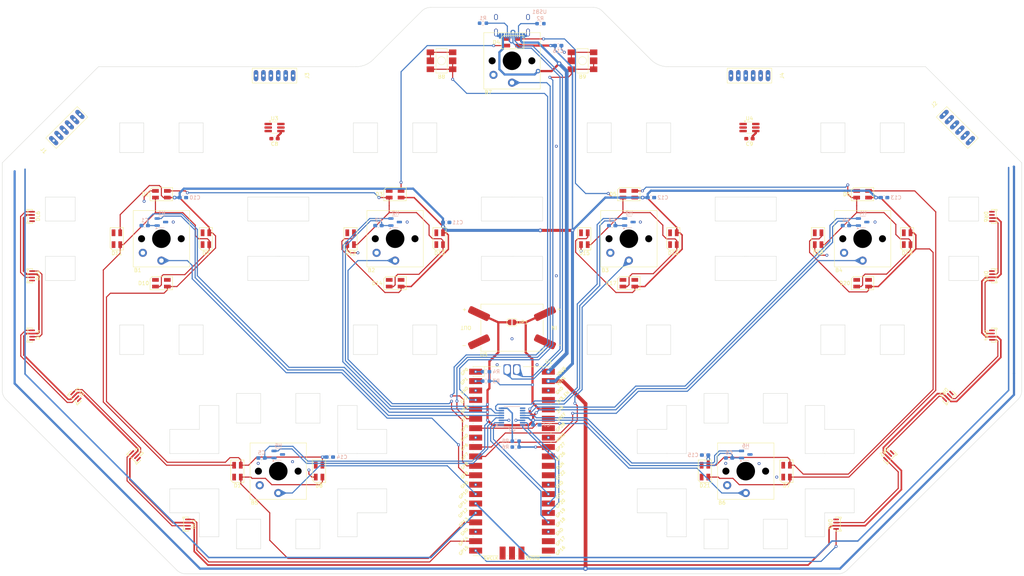
<source format=kicad_pcb>
(kicad_pcb (version 20241229) (generator "pcbnew") (generator_version "9.0")
  (title_block (title "Musec Pico"))
  (layers (0 "F.Cu" signal) (2 "B.Cu" signal) (13 "F.Paste" user) (15 "B.Paste" user) (5 "F.SilkS" user "F.Silkscreen") (7 "B.SilkS" user "B.Silkscreen") (1 "F.Mask" user) (3 "B.Mask" user) (25 "Edge.Cuts" user))
  (net 0 "")
  (net 1 "/K8")
  (net 2 "+5V")
  (net 3 "/K9")
  (net 4 "+3V3")
  (net 5 "Net-(USB1-CC1)")
  (net 6 "Net-(USB1-CC2)")
  (net 7 "Net-(U1-USB2)")
  (net 9 "Net-(U1-VBUS)")
  (net 10 "Net-(U1-USB1)")
  (net 13 "/K2")
  (net 16 "/K6")
  (net 17 "/K4")
  (net 18 "/K5")
  (net 19 "/K3")
  (net 20 "Net-(D1-Out)")
  (net 22 "Net-(D1-In)")
  (net 24 "Net-(D12-In)")
  (net 25 "/K1")
  (net 27 "/K7")
  (net 28 "Net-(D3-Out)")
  (net 29 "Net-(D15-In)")
  (net 31 "Net-(D18-In)")
  (net 32 "Net-(D21-In)")
  (net 35 "/SDA")
  (net 36 "/SCL")
  (net 50 "Vref")
  (net 51 "Net-(U2-D)")
  (net 52 "Net-(U1-GPIO26_ADC0)")
  (net 53 "/V2")
  (net 54 "Net-(U1-GPIO19)")
  (net 55 "Net-(U1-GPIO18)")
  (net 56 "/V1")
  (net 59 "Net-(DL1-Out)")
  (net 61 "Net-(U1-GPIO21)")
  (net 62 "Net-(U1-GPIO20)")
  (net 65 "/S5")
  (net 66 "/S4")
  (net 67 "/S6")
  (net 68 "/S1")
  (net 69 "/S2")
  (net 70 "/S3")
  (net 73 "GND")
  (net 74 "Net-(DL1-In)")
  (net 75 "Net-(DL2-Out)")
  (net 76 "Net-(DL3-Out)")
  (net 77 "Net-(DL4-Out)")
  (net 78 "Net-(DL5-Out)")
  (net 79 "Net-(DR1-In)")
  (net 80 "Net-(DR1-Out)")
  (net 81 "Net-(DR2-Out)")
  (net 82 "Net-(DR3-Out)")
  (net 83 "Net-(DR4-Out)")
  (net 84 "Net-(DR5-Out)")
  (net 85 "Net-(DL6-Out)")
  (net 86 "Net-(DR6-Out)")
  (footprint "voltex_pico:WS2812B-4020" (layer "F.Cu") (at 84.196 155.074 90)
    (property "Reference" "DL5")
    (property "Value" "WS2812B_Unified")
  )
  (footprint "voltex_pico:WS2812B-2835" (layer "F.Cu") (at 214.396 92.074 180)
    (property "Reference" "D4")
    (property "Value" "WS2812B_Unified" (hide yes))
  )
  (footprint "voltex_pico:WS2812B-2835" (layer "F.Cu") (at 119.696 133.074 180)
    (property "Reference" "D2")
    (property "Value" "WS2812B_Unified" (hide yes))
  )
  (footprint "voltex_pico:WS2812B-4020" (layer "F.Cu") (at 84.196 139.074 90)
    (property "Reference" "DL6")
    (property "Value" "WS2812B_Unified")
  )
  (footprint "voltex_pico:EVQP1K05M" (layer "F.Cu") (at 195.196 97.074 180)
    (property "Reference" "B8")
    (property "Value" "SW_DIP_x01")
  )
  (footprint "voltex_pico:Solder_6P" (layer "F.Cu") (at 150.196 101.074 -90)
    (property "Reference" "J3")
    (property "Value" "Conn_01x06_Socket" (hide yes))
  )
  (footprint "voltex_pico:WS2812B-2835" (layer "F.Cu") (at 245.696 157.074 180)
    (property "Reference" "D17")
    (property "Value" "WS2812B_Unified" (hide yes))
  )
  (footprint "voltex_pico:RPi_Pico_SMD_Pins" (layer "F.Cu") (at 214.196 205.074)
    (property "Reference" "U1")
    (property "Value" "PiPico")
  )
  (footprint "voltex_pico:WS2812B-2835" (layer "F.Cu") (at 194.696 145.074 -90)
    (property "Reference" "D13")
    (property "Value" "WS2812B_Unified" (hide yes))
  )
  (footprint "voltex_pico:WS2812B-2835" (layer "F.Cu") (at 162.196 207.774 -90)
    (property "Reference" "D8")
    (property "Value" "WS2812B_Unified" (hide yes))
  )
  (footprint "voltex_pico:EVQP1K05M" (layer "F.Cu") (at 233.196 97.074 180)
    (property "Reference" "B9")
    (property "Value" "SW_DIP_x01")
  )
  (footprint "voltex_pico:WS2812B-4020" (layer "F.Cu") (at 332.196 188.074 -135)
    (property "Reference" "DR3")
    (property "Value" "WS2812B_Unified")
  )
  (footprint "Capacitor_SMD:C_0603_1608Metric_Pad1.08x0.95mm_HandSolder" (layer "F.Cu") (at 150.196 118.074 180)
    (property "Reference" "C8")
    (property "Value" "0.1uF")
  )
  (footprint "voltex_pico:WS2812B-2835" (layer "F.Cu") (at 233.696 145.074 -90)
    (property "Reference" "D15")
    (property "Value" "WS2812B_Unified" (hide yes))
  )
  (footprint "voltex_pico:WS2812B-2835" (layer "F.Cu") (at 107.696 145.074 -90)
    (property "Reference" "D11")
    (property "Value" "WS2812B_Unified" (hide yes))
  )
  (footprint "voltex_pico:DCDC_3to5" (layer "F.Cu") (at 214.196 169.074 180)
    (property "Reference" "U5")
    (property "Value" "DC/DC")
  )
  (footprint "voltex_pico:WS2812B-4020" (layer "F.Cu") (at 96.196 188.074 135)
    (property "Reference" "DL3")
    (property "Value" "WS2812B_Unified")
  )
  (footprint "voltex_pico:Choc_V1_HE" (layer "F.Cu") (at 151.196 207.774 180)
    (property "Reference" "B5")
    (property "Value" "SW_DIP_x01" (hide yes))
  )
  (footprint "voltex_pico:WS2812B-2835" (layer "F.Cu") (at 170.696 145.074 -90)
    (property "Reference" "D12")
    (property "Value" "WS2812B_Unified" (hide yes))
  )
  (footprint "voltex_pico:Choc_V1_HE" (layer "F.Cu") (at 277.196 207.774 180)
    (property "Reference" "B6")
    (property "Value" "SW_DIP_x01" (hide yes))
  )
  (footprint "voltex_pico:WS2812B-4020" (layer "F.Cu") (at 112.196 204.074 135)
    (property "Reference" "DL2")
    (property "Value" "WS2812B_Unified")
  )
  (footprint "voltex_pico:WS2812B-4020" (layer "F.Cu") (at 84.196 171.074 90)
    (property "Reference" "DL4")
    (property "Value" "WS2812B_Unified")
  )
  (footprint "Jumper:SolderJumper-2_P1.3mm_Open_RoundedPad1.0x1.5mm" (layer "F.Cu") (at 214.196 167.624 180)
    (property "Reference" "JP1")
    (property "Value" "SolderJumper_2_Open")
  )
  (footprint "voltex_pico:WS2812B-4020" (layer "F.Cu") (at 344.196 171.074 -90)
    (property "Reference" "DR4")
    (property "Value" "WS2812B_Unified")
  )
  (footprint "voltex_pico:WS2812B-2835" (layer "F.Cu") (at 308.696 133.074 180)
    (property "Reference" "D6")
    (property "Value" "WS2812B_Unified" (hide yes))
  )
  (footprint "voltex_pico:WS2812B-2835" (layer "F.Cu") (at 308.696 157.074 180)
    (property "Reference" "D20")
    (property "Value" "WS2812B_Unified" (hide yes))
  )
  (footprint "voltex_pico:Choc_V1_HE" (layer "F.Cu") (at 308.696 145.074 180)
    (property "Reference" "B4")
    (property "Value" "SW_DIP_x01" (hide yes))
  )
  (footprint "voltex_pico:WS2812B-4020" (layer "F.Cu") (at 316.196 204.074 -135)
    (property "Reference" "DR2")
    (property "Value" "WS2812B_Unified")
  )
  (footprint "voltex_pico:WS2812B-2835" (layer "F.Cu") (at 245.696 133.074 180)
    (property "Reference" "D5")
    (property "Value" "WS2812B_Unified" (hide yes))
  )
  (footprint "Package_TO_SOT_SMD:TSOT-23-6_HandSoldering" (layer "F.Cu") (at 278.196 115.074)
    (property "Reference" "U4")
    (property "Value" "TMAG5273")
  )
  (footprint "voltex_pico:WS2812B-2835" (layer "F.Cu") (at 266.196 207.774 -90)
    (property "Reference" "D21")
    (property "Value" "WS2812B_Unified" (hide yes))
  )
  (footprint "voltex_pico:WS2812B-2835" (layer "F.Cu") (at 119.696 157.074 180)
    (property "Reference" "D10")
    (property "Value" "WS2812B_Unified" (hide yes))
  )
  (footprint "voltex_pico:WS2812B-4020" (layer "F.Cu") (at 344.196 155.074 -90)
    (property "Reference" "DR5")
    (property "Value" "WS2812B_Unified")
  )
  (footprint "voltex_pico:WS2812B-2835" (layer "F.Cu") (at 131.696 145.074 -90)
    (property "Reference" "D9")
    (property "Value" "WS2812B_Unified" (hide yes))
  )
  (footprint "voltex_pico:Solder_6P" (layer "F.Cu") (at 278.196 101.074 -90)
    (property "Reference" "J4")
    (property "Value" "Conn_01x06_Socket" (hide yes))
  )
  (footprint "voltex_pico:Choc_V1_HE" (layer "F.Cu") (at 214.196 97.074 180)
    (property "Reference" "B7")
    (property "Value" "SW_DIP_x01" (hide yes))
  )
  (footprint "voltex_pico:WS2812B-4020" (layer "F.Cu") (at 126.196 222.074 90)
    (property "Reference" "DL1")
    (property "Value" "WS2812B_Unified")
  )
  (footprint "voltex_pico:WS2812B-4020" (layer "F.Cu") (at 302.196 222.074 -90)
    (property "Reference" "DR1")
    (property "Value" "WS2812B_Unified")
  )
  (footprint "voltex_pico:WS2812B-2835" (layer "F.Cu") (at 288.196 207.774 -90)
    (property "Reference" "D7")
    (property "Value" "WS2812B_Unified" (hide yes))
  )
  (footprint "voltex_pico:Choc_V1_HE" (layer "F.Cu") (at 182.696 145.074 180)
    (property "Reference" "B2")
    (property "Value" "SW_DIP_x01" (hide yes))
  )
  (footprint "voltex_pico:Choc_V1_HE" (layer "F.Cu") (at 119.696 145.074 180)
    (property "Reference" "B1")
    (property "Value" "SW_DIP_x01" (hide yes))
  )
  (footprint "Package_TO_SOT_SMD:TSOT-23-6_HandSoldering" (layer "F.Cu") (at 150.196 115.074)
    (property "Reference" "U3")
    (property "Value" "TMAG5273")
  )
  (footprint "voltex_pico:WS2812B-2835" (layer "F.Cu") (at 320.696 145.074 -90)
    (property "Reference" "D19")
    (property "Value" "WS2812B_Unified" (hide yes))
  )
  (footprint "voltex_pico:WS2812B-2835" (layer "F.Cu") (at 140.196 207.774 -90)
    (property "Reference" "D1")
    (property "Value" "WS2812B_Unified" (hide yes))
  )
  (footprint "voltex_pico:WS2812B-2835" (layer "F.Cu") (at 257.696 145.074 -90)
    (property "Reference" "D16")
    (property "Value" "WS2812B_Unified" (hide yes))
  )
  (footprint "voltex_pico:Solder_6P" (layer "F.Cu") (at 94.196 115.074 135)
    (property "Reference" "J1")
    (property "Value" "Conn_01x06_Socket" (hide yes))
  )
  (footprint "voltex_pico:WS2812B-2835" (layer "F.Cu") (at 182.696 157.074 180)
    (property "Reference" "D14")
    (property "Value" "WS2812B_Unified" (hide yes))
  )
  (footprint "voltex_pico:WS2812B-2835" (layer "F.Cu") (at 296.696 145.074 -90)
    (property "Reference" "D18")
    (property "Value" "WS2812B_Unified" (hide yes))
  )
  (footprint "voltex_pico:WS2812B-4020" (layer "F.Cu") (at 344.196 139.074 -90)
    (property "Reference" "DR6")
    (property "Value" "WS2812B_Unified")
  )
  (footprint "Capacitor_SMD:C_0603_1608Metric_Pad1.08x0.95mm_HandSolder" (layer "F.Cu") (at 278.196 118.074 180)
    (property "Reference" "C9")
    (property "Value" "0.1uF")
  )
  (footprint "voltex_pico:Choc_V1_HE" (layer "F.Cu") (at 245.696 145.074 180)
    (property "Reference" "B3")
    (property "Value" "SW_DIP_x01" (hide yes))
  )
  (footprint "voltex_pico:WS2812B-2835" (layer "F.Cu") (at 182.696 133.074 180)
    (property "Reference" "D3")
    (property "Value" "WS2812B_Unified" (hide yes))
  )
  (footprint "voltex_pico:Solder_6P" (layer "F.Cu") (at 334.196 115.074 45)
    (property "Reference" "J2")
    (property "Value" "Conn_01x06_Socket" (hide yes))
  )
  (footprint "Capacitor_SMD:C_0603_1608Metric_Pad1.08x0.95mm_HandSolder" (layer "B.Cu") (at 266.2335 203.4365 180)
    (property "Reference" "C15")
    (property "Value" "0.1uF")
  )
  (footprint "Capacitor_SMD:C_0603_1608Metric_Pad1.08x0.95mm_HandSolder" (layer "B.Cu") (at 226.646 92.974)
    (property "Reference" "C16")
    (property "Value" "0.1uF")
  )
  (footprint "Type-C:HRO-TYPE-C-31-M-12-Assembly" (layer "B.Cu") (at 214.196 82.674)
    (property "Reference" "USB1")
    (property "Value" "U262-161N-4BVC11")
  )
  (footprint "Capacitor_SMD:C_0603_1608Metric_Pad1.08x0.95mm_HandSolder" (layer "B.Cu") (at 304.196 141.524 180)
    (property "Reference" "C4")
    (property "Value" "0.1uF")
  )
  (footprint "Resistor_SMD:R_0603_1608Metric_Pad0.98x0.95mm_HandSolder" (layer "B.Cu") (at 215.196 201.274)
    (property "Reference" "R6")
    (property "Value" "10K")
  )
  (footprint "Resistor_SMD:R_0603_1608Metric_Pad0.98x0.95mm_HandSolder" (layer "B.Cu") (at 215.196 199.674)
    (property "Reference" "R5")
    (property "Value" "2K")
  )
  (footprint "Resistor_SMD:R_0603_1608Metric_Pad0.98x0.95mm_HandSolder" (layer "B.Cu") (at 207.196 183.484 180)
    (property "Reference" "R3")
    (property "Value" "5K1")
  )
  (footprint "Resistor_SMD:R_0603_1608Metric_Pad0.98x0.95mm_HandSolder" (layer "B.Cu") (at 206.376 86.934 180)
    (property "Reference" "R1")
    (property "Value" "5K1")
  )
  (footprint "Capacitor_SMD:C_0603_1608Metric_Pad1.08x0.95mm_HandSolder" (layer "B.Cu") (at 125.496 133.974)
    (property "Reference" "C10")
    (property "Value" "0.1uF")
  )
  (footprint "voltex_pico:SOT-23-FAT" (layer "B.Cu") (at 277.196 203.274)
    (property "Reference" "H6")
    (property "Value" "SS49E_SOT23")
  )
  (footprint "Capacitor_SMD:C_0603_1608Metric_Pad1.08x0.95mm_HandSolder" (layer "B.Cu") (at 165.096 203.974)
    (property "Reference" "C14")
    (property "Value" "0.1uF")
  )
  (footprint "Capacitor_SMD:C_0603_1608Metric_Pad1.08x0.95mm_HandSolder" (layer "B.Cu") (at 314.496 133.974)
    (property "Reference" "C13")
    (property "Value" "0.1uF")
  )
  (footprint "Capacitor_SMD:C_0603_1608Metric_Pad1.08x0.95mm_HandSolder" (layer "B.Cu") (at 272.696 204.224 180)
    (property "Reference" "C6")
    (property "Value" "0.1uF")
  )
  (footprint "Resistor_SMD:R_0603_1608Metric_Pad0.98x0.95mm_HandSolder" (layer "B.Cu") (at 221.866 87.044)
    (property "Reference" "R2")
    (property "Value" "5K1")
  )
  (footprint "Capacitor_SMD:C_0603_1608Metric_Pad1.08x0.95mm_HandSolder" (layer "B.Cu") (at 146.696 204.224 180)
    (property "Reference" "C5")
    (property "Value" "0.1uF")
  )
  (footprint "voltex_pico:SOT-23-FAT" (layer "B.Cu") (at 245.696 140.574)
    (property "Reference" "H3")
    (property "Value" "SS49E_SOT23")
  )
  (footprint "voltex_pico:SOT-23-FAT" (layer "B.Cu") (at 308.696 140.574)
    (property "Reference" "H4")
    (property "Value" "SS49E_SOT23")
  )
  (footprint "Package_SO:TSSOP-16_4.4x5mm_P0.65mm" (layer "B.Cu") (at 214.196 193.074)
    (property "Reference" "U2")
    (property "Value" "ADG708BRUZ")
  )
  (footprint "Capacitor_SMD:C_0603_1608Metric_Pad1.08x0.95mm_HandSolder" (layer "B.Cu") (at 115.196 141.524 180)
    (property "Reference" "C1")
    (property "Value" "0.1uF")
  )
  (footprint "Capacitor_SMD:C_0603_1608Metric_Pad1.08x0.95mm_HandSolder" (layer "B.Cu") (at 251.646 133.974)
    (property "Reference" "C12")
    (property "Value" "0.1uF")
  )
  (footprint "Capacitor_SMD:C_0603_1608Metric_Pad1.08x0.95mm_HandSolder" (layer "B.Cu") (at 178.196 141.524 180)
    (property "Reference" "C2")
    (property "Value" "0.1uF")
  )
  (footprint "voltex_pico:SOT-23-FAT" (layer "B.Cu") (at 182.696 140.574)
    (property "Reference" "H2")
    (property "Value" "SS49E_SOT23")
  )
  (footprint "voltex_pico:SOT-23-FAT" (layer "B.Cu") (at 119.696 140.574)
    (property "Reference" "H1")
    (property "Value" "SS49E_SOT23")
  )
  (footprint "Capacitor_SMD:C_0603_1608Metric_Pad1.08x0.95mm_HandSolder" (layer "B.Cu") (at 220.7585 195.274)
    (property "Reference" "C7")
    (property "Value" "0.1uF")
  )
  (footprint "Capacitor_SMD:C_0603_1608Metric_Pad1.08x0.95mm_HandSolder" (layer "B.Cu") (at 196.4585 140.674)
    (property "Reference" "C11")
    (property "Value" "0.1uF")
  )
  (footprint "Resistor_SMD:R_0603_1608Metric_Pad0.98x0.95mm_HandSolder" (layer "B.Cu") (at 207.196 180.944 180)
    (property "Reference" "R4")
    (property "Value" "5K1")
  )
  (footprint "voltex_pico:SOT-23-FAT" (layer "B.Cu") (at 151.196 203.274)
    (property "Reference" "H5")
    (property "Value" "SS49E_SOT23")
  )
  (footprint "Capacitor_SMD:C_0603_1608Metric_Pad1.08x0.95mm_HandSolder" (layer "B.Cu") (at 241.196 141.524 180)
    (property "Reference" "C3")
    (property "Value" "0.1uF")
  )
  (gr_line (start 261.196 225.474) (end 255.946 225.474) (stroke (width 0.1)) (layer "Edge.Cuts"))
  (gr_line (start 298.446 203.024) (end 293.196 203.024) (stroke (width 0.1)) (layer "Edge.Cuts"))
  (gr_line (start 121.946 212.524) (end 129.946 212.524) (stroke (width 0.1)) (layer "Edge.Cuts"))
  (gr_line (start 339.946 133.824) (end 331.946 133.824) (stroke (width 0.1)) (layer "Edge.Cuts"))
  (gr_line (start 177.946 113.824) (end 177.946 121.824) (stroke (width 0.1)) (layer "Edge.Cuts"))
  (gr_line (start 297.446 113.824) (end 303.946 113.824) (stroke (width 0.1)) (layer "Edge.Cuts"))
  (gr_line (start 150.946 149.824) (end 142.946 149.824) (stroke (width 0.1)) (layer "Edge.Cuts"))
  (gr_line (start 268.946 156.324) (end 268.946 149.824) (stroke (width 0.1)) (layer "Edge.Cuts"))
  (gr_line (start 124.446 113.824) (end 124.446 121.824) (stroke (width 0.1)) (layer "Edge.Cuts"))
  (gr_line (start 162.446 194.824) (end 155.946 194.824) (stroke (width 0.1)) (layer "Edge.Cuts"))
  (gr_line (start 293.196 190.074) (end 298.446 190.074) (stroke (width 0.1)) (layer "Edge.Cuts"))
  (gr_line (start 77.791838 188.407096) (end 123.862905 234.478163) (stroke (width 0.1)) (layer "Edge.Cuts"))
  (gr_line (start 171.446 113.824) (end 177.946 113.824) (stroke (width 0.1)) (layer "Edge.Cuts"))
  (gr_line (start 150.946 156.324) (end 142.946 156.324) (stroke (width 0.1)) (layer "Edge.Cuts"))
  (gr_line (start 222.446 133.824) (end 222.446 140.324) (stroke (width 0.1)) (layer "Edge.Cuts"))
  (gr_line (start 162.446 186.824) (end 162.446 194.824) (stroke (width 0.1)) (layer "Edge.Cuts"))
  (gr_line (start 130.946 168.324) (end 124.446 168.324) (stroke (width 0.1)) (layer "Edge.Cuts"))
  (gr_line (start 240.946 176.324) (end 240.946 168.324) (stroke (width 0.1)) (layer "Edge.Cuts"))
  (gr_line (start 142.946 156.324) (end 142.946 149.824) (stroke (width 0.1)) (layer "Edge.Cuts"))
  (gr_line (start 276.946 149.824) (end 268.946 149.824) (stroke (width 0.1)) (layer "Edge.Cuts"))
  (gr_arc (start 304.529079 234.478179) (mid 303.426047 235.215194) (end 302.124932 235.474) (stroke (width 0.1)) (layer "Edge.Cuts"))
  (gr_line (start 150.946 140.324) (end 142.946 140.324) (stroke (width 0.1)) (layer "Edge.Cuts"))
  (gr_line (start 139.946 194.824) (end 146.446 194.824) (stroke (width 0.1)) (layer "Edge.Cuts"))
  (gr_line (start 108.446 176.324) (end 114.946 176.324) (stroke (width 0.1)) (layer "Edge.Cuts"))
  (gr_line (start 297.446 113.824) (end 297.446 121.824) (stroke (width 0.1)) (layer "Edge.Cuts"))
  (gr_line (start 298.446 190.074) (end 298.446 196.524) (stroke (width 0.1)) (layer "Edge.Cuts"))
  (gr_line (start 272.446 228.724) (end 272.446 220.724) (stroke (width 0.1)) (layer "Edge.Cuts"))
  (gr_line (start 130.946 176.324) (end 124.446 176.324) (stroke (width 0.1)) (layer "Edge.Cuts"))
  (gr_line (start 180.446 196.524) (end 180.446 203.024) (stroke (width 0.1)) (layer "Edge.Cuts"))
  (gr_line (start 88.446 140.324) (end 96.446 140.324) (stroke (width 0.1)) (layer "Edge.Cuts"))
  (gr_line (start 331.946 133.824) (end 331.946 140.324) (stroke (width 0.1)) (layer "Edge.Cuts"))
  (gr_line (start 162.446 228.724) (end 155.946 228.724) (stroke (width 0.1)) (layer "Edge.Cuts"))
  (gr_line (start 247.946 196.524) (end 255.946 196.524) (stroke (width 0.1)) (layer "Edge.Cuts"))
  (gr_line (start 213.946 133.824) (end 205.946 133.824) (stroke (width 0.1)) (layer "Edge.Cuts"))
  (gr_line (start 193.946 168.324) (end 187.446 168.324) (stroke (width 0.1)) (layer "Edge.Cuts"))
  (gr_line (start 234.446 113.824) (end 234.446 121.824) (stroke (width 0.1)) (layer "Edge.Cuts"))
  (gr_line (start 319.946 113.824) (end 313.446 113.824) (stroke (width 0.1)) (layer "Edge.Cuts"))
  (gr_line (start 88.446 149.824) (end 96.446 149.824) (stroke (width 0.1)) (layer "Edge.Cuts"))
  (gr_line (start 293.196 225.474) (end 298.446 225.474) (stroke (width 0.1)) (layer "Edge.Cuts"))
  (gr_line (start 130.946 113.824) (end 124.446 113.824) (stroke (width 0.1)) (layer "Edge.Cuts"))
  (gr_line (start 193.946 176.324) (end 193.946 168.324) (stroke (width 0.1)) (layer "Edge.Cuts"))
  (gr_line (start 162.446 228.724) (end 162.446 220.724) (stroke (width 0.1)) (layer "Edge.Cuts"))
  (gr_line (start 130.946 113.824) (end 130.946 121.824) (stroke (width 0.1)) (layer "Edge.Cuts"))
  (gr_line (start 162.446 220.724) (end 155.946 220.724) (stroke (width 0.1)) (layer "Edge.Cuts"))
  (gr_line (start 193.946 176.324) (end 187.446 176.324) (stroke (width 0.1)) (layer "Edge.Cuts"))
  (gr_line (start 213.946 140.324) (end 205.946 140.324) (stroke (width 0.1)) (layer "Edge.Cuts"))
  (gr_line (start 261.196 203.024) (end 261.196 190.074) (stroke (width 0.1)) (layer "Edge.Cuts"))
  (gr_line (start 339.946 149.824) (end 331.946 149.824) (stroke (width 0.1)) (layer "Edge.Cuts"))
  (gr_line (start 325.663201 98.674) (end 351.596 124.606799) (stroke (width 0.1)) (layer "Edge.Cuts"))
  (gr_line (start 247.946 196.524) (end 247.946 203.024) (stroke (width 0.1)) (layer "Edge.Cuts"))
  (gr_line (start 306.446 196.524) (end 306.446 203.024) (stroke (width 0.1)) (layer "Edge.Cuts"))
  (gr_line (start 234.446 168.324) (end 240.946 168.324) (stroke (width 0.1)) (layer "Edge.Cuts"))
  (gr_line (start 306.446 196.524) (end 298.446 196.524) (stroke (width 0.1)) (layer "Edge.Cuts"))
  (gr_line (start 171.446 168.324) (end 177.946 168.324) (stroke (width 0.1)) (layer "Edge.Cuts"))
  (gr_line (start 135.196 190.074) (end 129.946 190.074) (stroke (width 0.1)) (layer "Edge.Cuts"))
  (gr_line (start 306.446 203.024) (end 298.446 203.024) (stroke (width 0.1)) (layer "Edge.Cuts"))
  (gr_line (start 256.946 168.324) (end 250.446 168.324) (stroke (width 0.1)) (layer "Edge.Cuts"))
  (gr_line (start 276.946 133.824) (end 277.446 133.824) (stroke (width 0.1)) (layer "Edge.Cuts"))
  (gr_line (start 222.446 156.324) (end 222.446 149.824) (stroke (width 0.1)) (layer "Edge.Cuts"))
  (gr_line (start 256.946 176.324) (end 256.946 168.324) (stroke (width 0.1)) (layer "Edge.Cuts"))
  (gr_line (start 256.946 113.824) (end 250.446 113.824) (stroke (width 0.1)) (layer "Edge.Cuts"))
  (gr_line (start 265.946 186.824) (end 272.446 186.824) (stroke (width 0.1)) (layer "Edge.Cuts"))
  (gr_line (start 250.446 113.824) (end 250.446 121.824) (stroke (width 0.1)) (layer "Edge.Cuts"))
  (gr_line (start 319.946 113.824) (end 319.946 121.824) (stroke (width 0.1)) (layer "Edge.Cuts"))
  (gr_line (start 288.446 228.724) (end 288.446 220.724) (stroke (width 0.1)) (layer "Edge.Cuts"))
  (gr_line (start 139.946 186.824) (end 146.446 186.824) (stroke (width 0.1)) (layer "Edge.Cuts"))
  (gr_line (start 256.946 121.824) (end 250.446 121.824) (stroke (width 0.1)) (layer "Edge.Cuts"))
  (gr_line (start 126.26707 235.474) (end 302.124932 235.474) (stroke (width 0.1)) (layer "Edge.Cuts"))
  (gr_line (start 297.446 176.324) (end 303.946 176.324) (stroke (width 0.1)) (layer "Edge.Cuts"))
  (gr_line (start 234.446 176.324) (end 240.946 176.324) (stroke (width 0.1)) (layer "Edge.Cuts"))
  (gr_line (start 139.946 220.724) (end 146.446 220.724) (stroke (width 0.1)) (layer "Edge.Cuts"))
  (gr_line (start 151.446 156.324) (end 159.446 156.324) (stroke (width 0.1)) (layer "Edge.Cuts"))
  (gr_line (start 121.946 203.024) (end 129.946 203.024) (stroke (width 0.1)) (layer "Edge.Cuts"))
  (gr_line (start 121.946 219.024) (end 121.946 212.524) (stroke (width 0.1)) (layer "Edge.Cuts"))
  (gr_line (start 247.946 219.024) (end 255.946 219.024) (stroke (width 0.1)) (layer "Edge.Cuts"))
  (gr_line (start 265.946 186.824) (end 265.946 194.824) (stroke (width 0.1)) (layer "Edge.Cuts"))
  (gr_line (start 297.446 176.324) (end 297.446 168.324) (stroke (width 0.1)) (layer "Edge.Cuts"))
  (gr_line (start 276.946 140.324) (end 268.946 140.324) (stroke (width 0.1)) (layer "Edge.Cuts"))
  (gr_line (start 261.196 190.074) (end 255.946 190.074) (stroke (width 0.1)) (layer "Edge.Cuts"))
  (gr_line (start 255.946 190.074) (end 255.946 196.524) (stroke (width 0.1)) (layer "Edge.Cuts"))
  (gr_line (start 213.946 149.824) (end 214.446 149.824) (stroke (width 0.1)) (layer "Edge.Cuts"))
  (gr_line (start 172.446 203.024) (end 167.196 203.024) (stroke (width 0.1)) (layer "Edge.Cuts"))
  (gr_line (start 234.446 176.324) (end 234.446 168.324) (stroke (width 0.1)) (layer "Edge.Cuts"))
  (gr_arc (start 236.1249 82.674) (mid 237.429017 82.934035) (end 238.533645 83.674387) (stroke (width 0.1)) (layer "Edge.Cuts"))
  (gr_line (start 150.946 133.824) (end 151.446 133.824) (stroke (width 0.1)) (layer "Edge.Cuts"))
  (gr_line (start 108.446 113.824) (end 114.946 113.824) (stroke (width 0.1)) (layer "Edge.Cuts"))
  (gr_line (start 150.946 149.824) (end 151.446 149.824) (stroke (width 0.1)) (layer "Edge.Cuts"))
  (gr_line (start 129.946 212.524) (end 135.196 212.524) (stroke (width 0.1)) (layer "Edge.Cuts"))
  (gr_line (start 171.446 121.824) (end 177.946 121.824) (stroke (width 0.1)) (layer "Edge.Cuts"))
  (gr_line (start 88.446 156.324) (end 88.446 149.824) (stroke (width 0.1)) (layer "Edge.Cuts"))
  (gr_line (start 96.446 156.324) (end 96.446 149.824) (stroke (width 0.1)) (layer "Edge.Cuts"))
  (gr_line (start 114.946 113.824) (end 114.946 121.824) (stroke (width 0.1)) (layer "Edge.Cuts"))
  (gr_line (start 288.446 228.724) (end 281.946 228.724) (stroke (width 0.1)) (layer "Edge.Cuts"))
  (gr_line (start 88.446 156.324) (end 96.446 156.324) (stroke (width 0.1)) (layer "Edge.Cuts"))
  (gr_line (start 96.446 133.824) (end 96.446 140.324) (stroke (width 0.1)) (layer "Edge.Cuts"))
  (gr_line (start 303.946 176.324) (end 303.946 168.324) (stroke (width 0.1)) (layer "Edge.Cuts"))
  (gr_line (start 76.796 124.606799) (end 76.796 186.002931) (stroke (width 0.1)) (layer "Edge.Cuts"))
  (gr_line (start 121.946 196.524) (end 129.946 196.524) (stroke (width 0.1)) (layer "Edge.Cuts"))
  (gr_line (start 256.946 113.824) (end 256.946 121.824) (stroke (width 0.1)) (layer "Edge.Cuts"))
  (gr_line (start 313.446 176.324) (end 313.446 168.324) (stroke (width 0.1)) (layer "Edge.Cuts"))
  (gr_line (start 162.446 186.824) (end 155.946 186.824) (stroke (width 0.1)) (layer "Edge.Cuts"))
  (gr_line (start 256.2672 98.674) (end 325.663201 98.674) (stroke (width 0.1)) (layer "Edge.Cuts"))
  (gr_line (start 331.946 156.324) (end 331.946 149.824) (stroke (width 0.1)) (layer "Edge.Cuts"))
  (gr_line (start 129.946 203.024) (end 135.196 203.024) (stroke (width 0.1)) (layer "Edge.Cuts"))
  (gr_line (start 159.446 156.324) (end 159.446 149.824) (stroke (width 0.1)) (layer "Edge.Cuts"))
  (gr_line (start 172.446 190.074) (end 172.446 196.524) (stroke (width 0.1)) (layer "Edge.Cuts"))
  (gr_line (start 192.267069 82.674) (end 236.1249 82.674) (stroke (width 0.1)) (layer "Edge.Cuts"))
  (gr_line (start 256.946 176.324) (end 250.446 176.324) (stroke (width 0.1)) (layer "Edge.Cuts"))
  (gr_arc (start 176.791838 96.740904) (mid 174.650646 98.171615) (end 172.124933 98.674) (stroke (width 0.1)) (layer "Edge.Cuts"))
  (gr_line (start 265.946 228.724) (end 272.446 228.724) (stroke (width 0.1)) (layer "Edge.Cuts"))
  (gr_line (start 102.728799 98.674) (end 76.796 124.606799) (stroke (width 0.1)) (layer "Edge.Cuts"))
  (gr_line (start 255.946 225.474) (end 255.946 219.024) (stroke (width 0.1)) (layer "Edge.Cuts"))
  (gr_line (start 293.196 203.024) (end 293.196 190.074) (stroke (width 0.1)) (layer "Edge.Cuts"))
  (gr_line (start 193.946 121.824) (end 187.446 121.824) (stroke (width 0.1)) (layer "Edge.Cuts"))
  (gr_line (start 213.946 156.324) (end 214.446 156.324) (stroke (width 0.1)) (layer "Edge.Cuts"))
  (gr_line (start 135.196 225.474) (end 129.946 225.474) (stroke (width 0.1)) (layer "Edge.Cuts"))
  (gr_line (start 187.446 113.824) (end 187.446 121.824) (stroke (width 0.1)) (layer "Edge.Cuts"))
  (gr_line (start 339.946 156.324) (end 339.946 149.824) (stroke (width 0.1)) (layer "Edge.Cuts"))
  (gr_line (start 306.446 219.024) (end 306.446 212.524) (stroke (width 0.1)) (layer "Edge.Cuts"))
  (gr_line (start 298.446 225.474) (end 298.446 219.024) (stroke (width 0.1)) (layer "Edge.Cuts"))
  (gr_line (start 139.946 228.724) (end 146.446 228.724) (stroke (width 0.1)) (layer "Edge.Cuts"))
  (gr_line (start 281.946 228.724) (end 281.946 220.724) (stroke (width 0.1)) (layer "Edge.Cuts"))
  (gr_line (start 171.446 176.324) (end 177.946 176.324) (stroke (width 0.1)) (layer "Edge.Cuts"))
  (gr_line (start 205.946 156.324) (end 205.946 149.824) (stroke (width 0.1)) (layer "Edge.Cuts"))
  (gr_line (start 265.946 194.824) (end 272.446 194.824) (stroke (width 0.1)) (layer "Edge.Cuts"))
  (gr_line (start 214.446 156.324) (end 222.446 156.324) (stroke (width 0.1)) (layer "Edge.Cuts"))
  (gr_line (start 124.446 176.324) (end 124.446 168.324) (stroke (width 0.1)) (layer "Edge.Cuts"))
  (gr_line (start 88.446 133.824) (end 96.446 133.824) (stroke (width 0.1)) (layer "Edge.Cuts"))
  (gr_line (start 319.946 168.324) (end 313.446 168.324) (stroke (width 0.1)) (layer "Edge.Cuts"))
  (gr_arc (start 256.2672 98.674) (mid 253.751442 98.175751) (end 251.615493 96.756235) (stroke (width 0.1)) (layer "Edge.Cuts"))
  (gr_line (start 150.946 140.324) (end 151.446 140.324) (stroke (width 0.1)) (layer "Edge.Cuts"))
  (gr_line (start 172.446 212.524) (end 167.196 212.524) (stroke (width 0.1)) (layer "Edge.Cuts"))
  (gr_line (start 288.446 186.824) (end 281.946 186.824) (stroke (width 0.1)) (layer "Edge.Cuts"))
  (gr_line (start 213.946 133.824) (end 214.446 133.824) (stroke (width 0.1)) (layer "Edge.Cuts"))
  (gr_line (start 339.946 133.824) (end 339.946 140.324) (stroke (width 0.1)) (layer "Edge.Cuts"))
  (gr_line (start 247.946 219.024) (end 247.946 212.524) (stroke (width 0.1)) (layer "Edge.Cuts"))
  (gr_line (start 159.446 133.824) (end 159.446 140.324) (stroke (width 0.1)) (layer "Edge.Cuts"))
  (gr_line (start 108.446 113.824) (end 108.446 121.824) (stroke (width 0.1)) (layer "Edge.Cuts"))
  (gr_line (start 250.446 176.324) (end 250.446 168.324) (stroke (width 0.1)) (layer "Edge.Cuts"))
  (gr_line (start 276.946 149.824) (end 277.446 149.824) (stroke (width 0.1)) (layer "Edge.Cuts"))
  (gr_line (start 214.446 140.324) (end 222.446 140.324) (stroke (width 0.1)) (layer "Edge.Cuts"))
  (gr_line (start 319.946 121.824) (end 313.446 121.824) (stroke (width 0.1)) (layer "Edge.Cuts"))
  (gr_line (start 135.196 203.024) (end 135.196 190.074) (stroke (width 0.1)) (layer "Edge.Cuts"))
  (gr_line (start 151.446 133.824) (end 159.446 133.824) (stroke (width 0.1)) (layer "Edge.Cuts"))
  (gr_line (start 167.196 190.074) (end 172.446 190.074) (stroke (width 0.1)) (layer "Edge.Cuts"))
  (gr_line (start 350.595613 188.411645) (end 304.529079 234.478179) (stroke (width 0.1)) (layer "Edge.Cuts"))
  (gr_line (start 255.946 212.524) (end 261.196 212.524) (stroke (width 0.1)) (layer "Edge.Cuts"))
  (gr_line (start 114.946 176.324) (end 114.946 168.324) (stroke (width 0.1)) (layer "Edge.Cuts"))
  (gr_line (start 306.446 219.024) (end 298.446 219.024) (stroke (width 0.1)) (layer "Edge.Cuts"))
  (gr_line (start 313.446 113.824) (end 313.446 121.824) (stroke (width 0.1)) (layer "Edge.Cuts"))
  (gr_line (start 298.446 212.524) (end 293.196 212.524) (stroke (width 0.1)) (layer "Edge.Cuts"))
  (gr_line (start 129.946 225.474) (end 129.946 219.024) (stroke (width 0.1)) (layer "Edge.Cuts"))
  (gr_line (start 319.946 176.324) (end 319.946 168.324) (stroke (width 0.1)) (layer "Edge.Cuts"))
  (gr_line (start 150.946 133.824) (end 142.946 133.824) (stroke (width 0.1)) (layer "Edge.Cuts"))
  (gr_line (start 213.946 140.324) (end 214.446 140.324) (stroke (width 0.1)) (layer "Edge.Cuts"))
  (gr_line (start 339.946 140.324) (end 331.946 140.324) (stroke (width 0.1)) (layer "Edge.Cuts"))
  (gr_line (start 180.446 203.024) (end 172.446 203.024) (stroke (width 0.1)) (layer "Edge.Cuts"))
  (gr_line (start 167.196 212.524) (end 167.196 225.474) (stroke (width 0.1)) (layer "Edge.Cuts"))
  (gr_line (start 261.196 212.524) (end 261.196 225.474) (stroke (width 0.1)) (layer "Edge.Cuts"))
  (gr_line (start 265.946 228.724) (end 265.946 220.724) (stroke (width 0.1)) (layer "Edge.Cuts"))
  (gr_line (start 303.946 113.824) (end 303.946 121.824) (stroke (width 0.1)) (layer "Edge.Cuts"))
  (gr_arc (start 126.26707 235.474) (mid 124.965952 235.21518) (end 123.862905 234.478163) (stroke (width 0.1)) (layer "Edge.Cuts"))
  (gr_line (start 205.946 133.824) (end 205.946 140.324) (stroke (width 0.1)) (layer "Edge.Cuts"))
  (gr_line (start 180.446 196.524) (end 172.446 196.524) (stroke (width 0.1)) (layer "Edge.Cuts"))
  (gr_line (start 108.446 168.324) (end 114.946 168.324) (stroke (width 0.1)) (layer "Edge.Cuts"))
  (gr_arc (start 189.862904 83.669838) (mid 190.965942 82.932799) (end 192.267069 82.674) (stroke (width 0.1)) (layer "Edge.Cuts"))
  (gr_line (start 288.446 194.824) (end 281.946 194.824) (stroke (width 0.1)) (layer "Edge.Cuts"))
  (gr_line (start 293.196 212.524) (end 293.196 225.474) (stroke (width 0.1)) (layer "Edge.Cuts"))
  (gr_line (start 193.946 113.824) (end 193.946 121.824) (stroke (width 0.1)) (layer "Edge.Cuts"))
  (gr_line (start 247.946 203.024) (end 255.946 203.024) (stroke (width 0.1)) (layer "Edge.Cuts"))
  (gr_line (start 129.946 190.074) (end 129.946 196.524) (stroke (width 0.1)) (layer "Edge.Cuts"))
  (gr_line (start 234.446 121.824) (end 240.946 121.824) (stroke (width 0.1)) (layer "Edge.Cuts"))
  (gr_line (start 234.446 113.824) (end 240.946 113.824) (stroke (width 0.1)) (layer "Edge.Cuts"))
  (gr_line (start 265.946 220.724) (end 272.446 220.724) (stroke (width 0.1)) (layer "Edge.Cuts"))
  (gr_line (start 277.446 149.824) (end 285.446 149.824) (stroke (width 0.1)) (layer "Edge.Cuts"))
  (gr_line (start 171.446 176.324) (end 171.446 168.324) (stroke (width 0.1)) (layer "Edge.Cuts"))
  (gr_line (start 306.446 212.524) (end 298.446 212.524) (stroke (width 0.1)) (layer "Edge.Cuts"))
  (gr_line (start 151.446 149.824) (end 159.446 149.824) (stroke (width 0.1)) (layer "Edge.Cuts"))
  (gr_line (start 277.446 156.324) (end 285.446 156.324) (stroke (width 0.1)) (layer "Edge.Cuts"))
  (gr_line (start 171.446 113.824) (end 171.446 121.824) (stroke (width 0.1)) (layer "Edge.Cuts"))
  (gr_line (start 193.946 113.824) (end 187.446 113.824) (stroke (width 0.1)) (layer "Edge.Cuts"))
  (gr_line (start 276.946 140.324) (end 277.446 140.324) (stroke (width 0.1)) (layer "Edge.Cuts"))
  (gr_line (start 281.946 186.824) (end 281.946 194.824) (stroke (width 0.1)) (layer "Edge.Cuts"))
  (gr_line (start 176.791838 96.740904) (end 189.862904 83.669838) (stroke (width 0.1)) (layer "Edge.Cuts"))
  (gr_line (start 276.946 156.324) (end 268.946 156.324) (stroke (width 0.1)) (layer "Edge.Cuts"))
  (gr_line (start 288.446 186.824) (end 288.446 194.824) (stroke (width 0.1)) (layer "Edge.Cuts"))
  (gr_line (start 297.446 168.324) (end 303.946 168.324) (stroke (width 0.1)) (layer "Edge.Cuts"))
  (gr_line (start 213.946 149.824) (end 205.946 149.824) (stroke (width 0.1)) (layer "Edge.Cuts"))
  (gr_line (start 247.946 212.524) (end 255.946 212.524) (stroke (width 0.1)) (layer "Edge.Cuts"))
  (gr_line (start 139.946 186.824) (end 139.946 194.824) (stroke (width 0.1)) (layer "Edge.Cuts"))
  (gr_line (start 151.446 140.324) (end 159.446 140.324) (stroke (width 0.1)) (layer "Edge.Cuts"))
  (gr_line (start 288.446 220.724) (end 281.946 220.724) (stroke (width 0.1)) (layer "Edge.Cuts"))
  (gr_line (start 121.946 219.024) (end 129.946 219.024) (stroke (width 0.1)) (layer "Edge.Cuts"))
  (gr_line (start 142.946 133.824) (end 142.946 140.324) (stroke (width 0.1)) (layer "Edge.Cuts"))
  (gr_line (start 319.946 176.324) (end 313.446 176.324) (stroke (width 0.1)) (layer "Edge.Cuts"))
  (gr_line (start 339.946 156.324) (end 331.946 156.324) (stroke (width 0.1)) (layer "Edge.Cuts"))
  (gr_line (start 238.533645 83.674387) (end 251.615493 96.756235) (stroke (width 0.1)) (layer "Edge.Cuts"))
  (gr_line (start 213.946 156.324) (end 205.946 156.324) (stroke (width 0.1)) (layer "Edge.Cuts"))
  (gr_line (start 214.446 133.824) (end 222.446 133.824) (stroke (width 0.1)) (layer "Edge.Cuts"))
  (gr_line (start 255.946 203.024) (end 261.196 203.024) (stroke (width 0.1)) (layer "Edge.Cuts"))
  (gr_line (start 135.196 212.524) (end 135.196 225.474) (stroke (width 0.1)) (layer "Edge.Cuts"))
  (gr_arc (start 351.596 186.0029) (mid 351.335965 187.307017) (end 350.595613 188.411645) (stroke (width 0.1)) (layer "Edge.Cuts"))
  (gr_line (start 285.446 133.824) (end 285.446 140.324) (stroke (width 0.1)) (layer "Edge.Cuts"))
  (gr_line (start 276.946 156.324) (end 277.446 156.324) (stroke (width 0.1)) (layer "Edge.Cuts"))
  (gr_line (start 297.446 121.824) (end 303.946 121.824) (stroke (width 0.1)) (layer "Edge.Cuts"))
  (gr_line (start 177.946 176.324) (end 177.946 168.324) (stroke (width 0.1)) (layer "Edge.Cuts"))
  (gr_line (start 180.446 219.024) (end 172.446 219.024) (stroke (width 0.1)) (layer "Edge.Cuts"))
  (gr_line (start 285.446 156.324) (end 285.446 149.824) (stroke (width 0.1)) (layer "Edge.Cuts"))
  (gr_line (start 277.446 140.324) (end 285.446 140.324) (stroke (width 0.1)) (layer "Edge.Cuts"))
  (gr_line (start 155.946 228.724) (end 155.946 220.724) (stroke (width 0.1)) (layer "Edge.Cuts"))
  (gr_line (start 180.446 212.524) (end 172.446 212.524) (stroke (width 0.1)) (layer "Edge.Cuts"))
  (gr_line (start 88.446 133.824) (end 88.446 140.324) (stroke (width 0.1)) (layer "Edge.Cuts"))
  (gr_line (start 167.196 225.474) (end 172.446 225.474) (stroke (width 0.1)) (layer "Edge.Cuts"))
  (gr_line (start 139.946 228.724) (end 139.946 220.724) (stroke (width 0.1)) (layer "Edge.Cuts"))
  (gr_line (start 277.446 133.824) (end 285.446 133.824) (stroke (width 0.1)) (layer "Edge.Cuts"))
  (gr_arc (start 77.791838 188.407096) (mid 77.054799 187.304058) (end 76.796 186.002931) (stroke (width 0.1)) (layer "Edge.Cuts"))
  (gr_line (start 276.946 133.824) (end 268.946 133.824) (stroke (width 0.1)) (layer "Edge.Cuts"))
  (gr_line (start 121.946 196.524) (end 121.946 203.024) (stroke (width 0.1)) (layer "Edge.Cuts"))
  (gr_line (start 150.946 156.324) (end 151.446 156.324) (stroke (width 0.1)) (layer "Edge.Cuts"))
  (gr_line (start 108.446 121.824) (end 114.946 121.824) (stroke (width 0.1)) (layer "Edge.Cuts"))
  (gr_line (start 167.196 203.024) (end 167.196 190.074) (stroke (width 0.1)) (layer "Edge.Cuts"))
  (gr_line (start 130.946 176.324) (end 130.946 168.324) (stroke (width 0.1)) (layer "Edge.Cuts"))
  (gr_line (start 108.446 176.324) (end 108.446 168.324) (stroke (width 0.1)) (layer "Edge.Cuts"))
  (gr_line (start 351.596 124.606799) (end 351.596 186.0029) (stroke (width 0.1)) (layer "Edge.Cuts"))
  (gr_line (start 180.446 219.024) (end 180.446 212.524) (stroke (width 0.1)) (layer "Edge.Cuts"))
  (gr_line (start 272.446 186.824) (end 272.446 194.824) (stroke (width 0.1)) (layer "Edge.Cuts"))
  (gr_line (start 102.728799 98.674) (end 172.124933 98.674) (stroke (width 0.1)) (layer "Edge.Cuts"))
  (gr_line (start 146.446 186.824) (end 146.446 194.824) (stroke (width 0.1)) (layer "Edge.Cuts"))
  (gr_line (start 172.446 225.474) (end 172.446 219.024) (stroke (width 0.1)) (layer "Edge.Cuts"))
  (gr_line (start 240.946 113.824) (end 240.946 121.824) (stroke (width 0.1)) (layer "Edge.Cuts"))
  (gr_line (start 130.946 121.824) (end 124.446 121.824) (stroke (width 0.1)) (layer "Edge.Cuts"))
  (gr_line (start 268.946 133.824) (end 268.946 140.324) (stroke (width 0.1)) (layer "Edge.Cuts"))
  (gr_line (start 187.446 176.324) (end 187.446 168.324) (stroke (width 0.1)) (layer "Edge.Cuts"))
  (gr_line (start 155.946 186.824) (end 155.946 194.824) (stroke (width 0.1)) (layer "Edge.Cuts"))
  (gr_line (start 146.446 228.724) (end 146.446 220.724) (stroke (width 0.1)) (layer "Edge.Cuts"))
  (gr_line (start 214.446 149.824) (end 222.446 149.824) (stroke (width 0.1)) (layer "Edge.Cuts"))
  (segment (start 202.126 191.104) (end 204.396 191.104) (width 0.3) (layer "F.Cu") (net 1))
  (segment (start 201.196 188.574) (end 201.196 190.174) (width 0.3) (layer "F.Cu") (net 1))
  (segment (start 192.196 99.36) (end 198.196 99.36) (width 0.3) (layer "F.Cu") (net 1))
  (segment (start 201.196 190.174) (end 202.126 191.104) (width 0.3) (layer "F.Cu") (net 1))
  (segment (start 198.196 99.36) (end 198.196 102.074) (width 0.3) (layer "F.Cu") (net 1))
  (segment (start 197.846 187.474) (end 200.096 187.474) (width 0.3) (layer "F.Cu") (net 1))
  (segment (start 198.196 97.074) (end 198.196 99.36) (width 0.3) (layer "F.Cu") (net 1))
  (segment (start 200.096 187.474) (end 201.196 188.574) (width 0.3) (layer "F.Cu") (net 1))
  (via (at 198.196 102.074) (size 0.8) (drill 0.4) (layers "F.Cu" "B.Cu") (net 1))
  (via (at 197.846 187.474) (size 0.8) (drill 0.4) (layers "F.Cu" "B.Cu") (net 1))
  (segment (start 223.796 106.724) (end 222.946 105.874) (width 0.3) (layer "B.Cu") (net 1))
  (segment (start 197.846 187.424) (end 198.596 186.674) (width 0.3) (layer "B.Cu") (net 1))
  (segment (start 222.946 105.874) (end 201.996 105.874) (width 0.3) (layer "B.Cu") (net 1))
  (segment (start 198.596 179.674) (end 201.846 176.424) (width 0.3) (layer "B.Cu") (net 1))
  (segment (start 223.796 173.324) (end 223.796 106.724) (width 0.3) (layer "B.Cu") (net 1))
  (segment (start 220.696 176.424) (end 223.796 173.324) (width 0.3) (layer "B.Cu") (net 1))
  (segment (start 197.846 187.474) (end 197.846 187.424) (width 0.3) (layer "B.Cu") (net 1))
  (segment (start 201.846 176.424) (end 220.696 176.424) (width 0.3) (layer "B.Cu") (net 1))
  (segment (start 198.596 186.674) (end 198.596 179.674) (width 0.3) (layer "B.Cu") (net 1))
  (segment (start 201.996 105.874) (end 198.196 102.074) (width 0.3) (layer "B.Cu") (net 1))
  (segment (start 340.846 156.524) (end 341.871 155.499) (width 0.44) (layer "F.Cu") (net 2))
  (segment (start 319.146 212.74616) (end 319.146 207.625041) (width 0.44) (layer "F.Cu") (net 2))
  (segment (start 328.846 186.874) (end 330.394959 186.874) (width 0.44) (layer "F.Cu") (net 2))
  (segment (start 323.046 147.824) (end 326.746 147.824) (width 0.3) (layer "F.Cu") (net 2))
  (segment (start 345.996 154.624) (end 345.996 140.524) (width 0.44) (layer "F.Cu") (net 2))
  (segment (start 186.996 157.974) (end 184.296 157.974) (width 0.4) (layer "F.Cu") (net 2))
  (segment (start 323.046 144.074) (end 323.046 147.824) (width 0.4) (layer "F.Cu") (net 2))
  (segment (start 297.596 144.474) (end 297.596 143.474) (width 0.3) (layer "F.Cu") (net 2))
  (segment (start 304.846 208.574) (end 292.696 208.574) (width 0.3) (layer "F.Cu") (net 2))
  (segment (start 128.546 222.074) (end 128.546 229.424) (width 0.44) (layer "F.Cu") (net 2))
  (segment (start 145.396 203.974) (end 143.196 206.174) (width 0.3) (layer "F.Cu") (net 2))
  (segment (start 340.846 170.474) (end 340.846 156.524) (width 0.44) (layer "F.Cu") (net 2))
  (segment (start 314.296 202.775041) (end 314.296 201.424) (width 0.44) (layer "F.Cu") (net 2))
  (segment (start 260.046 147.899) (end 249.971 157.974) (width 0.4) (layer "F.Cu") (net 2))
  (segment (start 82.546 139.474) (end 83.371 138.649) (width 0.44) (layer "F.Cu") (net 2))
  (segment (start 136.946 205.374) (end 138.196 204.124) (width 0.3) (layer "F.Cu") (net 2))
  (segment (start 86.696 170.324) (end 86.696 155.174) (width 0.44) (layer "F.Cu") (net 2))
  (segment (start 196.446 143.474) (end 197.046 144.074) (width 0.4) (layer "F.Cu") (net 2))
  (segment (start 138.196 204.124) (end 140.496 204.124) (width 0.3) (layer "F.Cu") (net 2))
  (segment (start 98.146 186.574) (end 97.094959 186.574) (width 0.44) (layer "F.Cu") (net 2))
  (segment (start 215.996 92.974) (end 224.596 92.974) (width 0.6) (layer "F.Cu") (net 2))
  (segment (start 84.846 154.649) (end 83.421 154.649) (width 0.44) (layer "F.Cu") (net 2))
  (segment (start 289.096 204.674) (end 289.096 206.174) (width 0.3) (layer "F.Cu") (net 2))
  (segment (start 84.846 170.649) (end 86.371 170.649) (width 0.44) (layer "F.Cu") (net 2))
  (segment (start 104.896 188.974) (end 121.296 205.374) (width 0.3) (layer "F.Cu") (net 2))
  (segment (start 310.296 133.974) (end 312.296 133.974) (width 0.4) (layer "F.Cu") (net 2))
  (segment (start 83.421 154.649) (end 82.546 153.774) (width 0.44) (layer "F.Cu") (net 2))
  (segment (start 345.071 171.499) (end 343.546 171.499) (width 0.44) (layer "F.Cu") (net 2))
  (segment (start 231.921 145.074) (end 234.196 145.074) (width 0.3) (layer "F.Cu") (net 2))
  (segment (start 169.046 145.074) (end 171.071 145.074) (width 0.3) (layer "F.Cu") (net 2))
  (segment (start 345.946 172.374) (end 345.071 171.499) (width 0.44) (layer "F.Cu") (net 2))
  (segment (start 119.696 131.274) (end 119.146 130.724) (width 0.3) (layer "F.Cu") (net 2))
  (segment (start 345.996 140.524) (end 344.971 139.499) (width 0.44) (layer "F.Cu") (net 2))
  (segment (start 321.596 142.074) (end 321.596 143.474) (width 0.4) (layer "F.Cu") (net 2))
  (segment (start 108.596 138.574) (end 108.596 143.474) (width 0.3) (layer "F.Cu") (net 2))
  (segment (start 113.346 202.322959) (end 113.346 201.774) (width 0.44) (layer "F.Cu") (net 2))
  (segment (start 296.946 145.124) (end 297.596 144.474) (width 0.3) (layer "F.Cu") (net 2))
  (segment (start 258.596 142.024) (end 258.596 143.474) (width 0.4) (layer "F.Cu") (net 2))
  (segment (start 258.596 143.474) (end 259.446 143.474) (width 0.4) (layer "F.Cu") (net 2))
  (segment (start 309.39316 222.499) (end 319.146 212.74616) (width 0.44) (layer "F.Cu") (net 2))
  (segment (start 134.296 144.324) (end 134.296 147.574) (width 0.3) (layer "F.Cu") (net 2))
  (segment (start 119.146 130.724) (end 116.446 130.724) (width 0.3) (layer "F.Cu") (net 2))
  (segment (start 121.296 133.974) (end 120.246 133.974) (width 0.3) (layer "F.Cu") (net 2))
  (segment (start 105.946 159.774) (end 104.896 160.824) (width 0.3) (layer "F.Cu") (net 2))
  (segment (start 112.355099 203.31386) (end 113.346 202.322959) (width 0.44) (layer "F.Cu") (net 2))
  (segment (start 183.696 159.574) (end 179.946 159.574) (width 0.3) (layer "F.Cu") (net 2))
  (segment (start 120.246 133.974) (end 119.696 133.424) (width 0.3) (layer "F.Cu") (net 2))
  (segment (start 227.906 183.484) (end 223.996 183.484) (width 1) (layer "F.Cu") (net 2))
  (segment (start 171.596 144.549) (end 171.596 143.474) (width 0.3) (layer "F.Cu") (net 2))
  (segment (start 345.946 177.074) (end 345.946 172.374) (width 0.44) (layer "F.Cu") (net 2))
  (segment (start 343.546 155.499) (end 345.121 155.499) (width 0.44) (layer "F.Cu") (net 2))
  (segment (start 120.396 159.774) (end 105.946 159.774) (width 0.3) (layer "F.Cu") (net 2))
  (segment (start 143.196 206.174) (end 141.096 206.174) (width 0.3) (layer "F.Cu") (net 2))
  (segment (start 310.296 157.974) (end 310.296 158.974) (width 0.3) (layer "F.Cu") (net 2))
  (segment (start 345.121 155.499) (end 345.996 154.624) (width 0.44) (layer "F.Cu") (net 2))
  (segment (start 234.02 189.598) (end 227.906 183.484) (width 1) (layer "F.Cu") (net 2))
  (segment (start 259.446 143.474) (end 260.046 144.074) (width 0.4) (layer "F.Cu") (net 2))
  (segment (start 288.496 204.074) (end 289.096 204.674) (width 0.3) (layer "F.Cu") (net 2))
  (segment (start 126.846 221.649) (end 122.771 221.649) (width 0.44) (layer "F.Cu") (net 2))
  (segment (start 313.496 133.974) (end 321.596 142.074) (width 0.4) (layer "F.Cu") (net 2))
  (segment (start 171.071 145.074) (end 171.596 144.549) (width 0.3) (layer "F.Cu") (net 2))
  (segment (start 294.396 148.774) (end 294.396 145.724) (width 0.3) (layer "F.Cu") (net 2))
  (segment (start 294.396 145.724) (end 294.996 145.124) (width 0.3) (layer "F.Cu") (net 2))
  (segment (start 290.296 206.174) (end 289.096 206.174) (width 0.3) (layer "F.Cu") (net 2))
  (segment (start 119.696 133.424) (end 119.696 131.274) (width 0.3) (layer "F.Cu") (net 2))
  (segment (start 128.546 229.424) (end 132.222 233.1) (width 0.44) (layer "F.Cu") (net 2))
  (segment (start 315.43586 203.914901) (end 314.296 202.775041) (width 0.44) (layer "F.Cu") (net 2))
  (segment (start 292.696 208.574) (end 290.296 206.174) (width 0.3) (layer "F.Cu") (net 2))
  (segment (start 86.371 170.649) (end 86.696 170.324) (width 0.44) (layer "F.Cu") (net 2))
  (segment (start 121.296 205.374) (end 136.946 205.374) (width 0.3) (layer "F.Cu") (net 2))
  (segment (start 82.646 171.324) (end 83.321 170.649) (width 0.44) (layer "F.Cu") (net 2))
  (segment (start 242.196 159.574) (end 231.346 148.724) (width 0.3) (layer "F.Cu") (net 2))
  (segment (start 82.646 176.474) (end 82.646 171.324) (width 0.44) (layer "F.Cu") (net 2))
  (segment (start 305.046 159.424) (end 294.396 148.774) (width 0.3) (layer "F.Cu") (net 2))
  (segment (start 331.43586 187.914901) (end 332.494959 188.974) (width 0.44) (layer "F.Cu") (net 2))
  (segment (start 234.596 144.674) (end 234.596 143.474) (width 0.3) (layer "F.Cu") (net 2))
  (segment (start 312.296 133.974) (end 313.496 133.974) (width 0.4) (layer "F.Cu") (net 2))
  (segment (start 86.171 154.649) (end 84.846 154.649) (width 0.44) (layer "F.Cu") (net 2))
  (segment (start 195.596 141.774) (end 195.596 143.474) (width 0.4) (layer "F.Cu") (net 2))
  (segment (start 234.196 145.074) (end 234.596 144.674) (width 0.3) (layer "F.Cu") (net 2))
  (segment (start 184.296 158.974) (end 183.696 159.574) (width 0.3) (layer "F.Cu") (net 2))
  (segment (start 321.596 143.474) (end 322.446 143.474) (width 0.4) (layer "F.Cu") (net 2))
  (segment (start 332.494959 188.974) (end 334.046 188.974) (width 0.44) (layer "F.Cu") (net 2))
  (segment (start 231.346 148.724) (end 231.346 145.649) (width 0.3) (layer "F.Cu") (net 2))
  (segment (start 195.596 141.774) (end 187.796 133.974) (width 0.4) (layer "F.Cu") (net 2))
  (segment (start 141.096 204.724) (end 141.096 206.174) (width 0.3) (layer "F.Cu") (net 2))
  (segment (start 341.871 155.499) (end 343.546 155.499) (width 0.44) (layer "F.Cu") (net 2))
  (segment (start 269.196 206.174) (end 271.296 204.074) (width 0.3) (layer "F.Cu") (net 2))
  (segment (start 163.096 203.974) (end 145.396 203.974) (width 0.3) (layer "F.Cu") (net 2))
  (segment (start 179.946 159.574) (end 168.346 147.974) (width 0.3) (layer "F.Cu") (net 2))
  (segment (start 111.196 204.472959) (end 112.355099 203.31386) (width 0.44) (layer "F.Cu") (net 2))
  (segment (start 121.296 158.874) (end 120.396 159.774) (width 0.3) (layer "F.Cu") (net 2))
  (segment (start 326.746 147.824) (end 327.696 148.774) (width 0.3) (layer "F.Cu") (net 2))
  (segment (start 122.771 221.649) (end 111.196 210.074) (width 0.44) (layer "F.Cu") (net 2))
  (segment (start 299.646 223.174) (end 300.321 222.499) (width 0.44) (layer "F.Cu") (net 2))
  (segment (start 133.446 143.474) (end 134.296 144.324) (width 0.3) (layer "F.Cu") (net 2))
  (segment (start 312.896 157.974) (end 310.296 157.974) (width 0.4) (layer "F.Cu") (net 2))
  (segment (start 319.146 207.625041) (end 315.43586 203.914901) (width 0.44) (layer "F.Cu") (net 2))
  (segment (start 121.296 157.974) (end 121.296 158.874) (width 0.3) (layer "F.Cu") (net 2))
  (segment (start 94.596 188.424) (end 82.646 176.474) (width 0.44) (layer "F.Cu") (net 2))
  (segment (start 82.546 153.774) (end 82.546 139.474) (width 0.44) (layer "F.Cu") (net 2))
  (segment (start 134.296 147.574) (end 123.896 157.974) (width 0.3) (layer "F.Cu") (net 2))
  (segment (start 309.846 159.424) (end 305.046 159.424) (width 0.3) (layer "F.Cu") (net 2))
  (segment (start 116.446 130.724) (end 108.596 138.574) (width 0.3) (layer "F.Cu") (net 2))
  (segment (start 230.496 142.824) (end 221.796 142.824) (width 0.8) (layer "F.Cu") (net 2))
  (segment (start 344.971 139.499) (end 343.546 139.499) (width 0.44) (layer "F.Cu") (net 2))
  (segment (start 95.244959 188.424) (end 94.596 188.424) (width 0.44) (layer "F.Cu") (net 2))
  (segment (start 271.296 204.074) (end 288.496 204.074) (width 0.3) (layer "F.Cu") (net 2))
  (segment (start 294.02 233.1) (end 299.646 227.474) (width 0.44) (layer "F.Cu") (net 2))
  (segment (start 132.596 142.024) (end 132.596 143.474) (width 0.4) (layer "F.Cu") (net 2))
  (segment (start 197.046 147.924) (end 186.996 157.974) (width 0.4) (layer "F.Cu") (net 2))
  (segment (start 231.346 145.649) (end 231.921 145.074) (width 0.3) (layer "F.Cu") (net 2))
  (segment (start 83.371 138.649) (end 84.846 138.649) (width 0.44) (layer "F.Cu") (net 2))
  (segment (start 140.496 204.124) (end 141.096 204.724) (width 0.3) (layer "F.Cu") (net 2))
  (segment (start 322.446 143.474) (end 323.046 144.074) (width 0.4) (layer "F.Cu") (net 2))
  (segment (start 96.355099 187.31386) (end 95.244959 188.424) (width 0.44) (layer "F.Cu") (net 2))
  (segment (start 314.296 201.424) (end 328.846 186.874) (width 0.44) (layer "F.Cu") (net 2))
  (segment (start 184.296 157.974) (end 184.296 158.974) (width 0.3) (layer "F.Cu") (net 2))
  (segment (start 132.222 233.1) (end 294.02 233.1) (width 0.44) (layer "F.Cu") (net 2))
  (segment (start 197.046 144.074) (end 197.046 147.924) (width 0.4) (layer "F.Cu") (net 2))
  (segment (start 163.096 203.974) (end 163.096 206.174) (width 0.3) (layer "F.Cu") (net 2))
  (segment (start 343.546 171.499) (end 341.871 171.499) (width 0.44) (layer "F.Cu") (net 2))
  (segment (start 323.046 147.824) (end 312.896 157.974) (width 0.4) (layer "F.Cu") (net 2))
  (segment (start 327.696 185.724) (end 304.846 208.574) (width 0.3) (layer "F.Cu") (net 2))
  (segment (start 330.394959 186.874) (end 331.43586 187.914901) (width 0.44) (layer "F.Cu") (net 2))
  (segment (start 301.546 222.499) (end 309.39316 222.499) (width 0.44) (layer "F.Cu") (net 2))
  (segment (start 168.346 147.974) (end 168.346 145.774) (width 0.3) (layer "F.Cu") (net 2))
  (segment (start 126.846 221.649) (end 128.121 221.649) (width 0.44) (layer "F.Cu") (net 2))
  (segment (start 187.796 133.974) (end 184.296 133.974) (width 0.4) (layer "F.Cu") (net 2))
  (segment (start 310.296 158.974) (end 309.846 159.424) (width 0.3) (layer "F.Cu") (net 2))
  (segment (start 249.971 157.974) (end 247.296 157.974) (width 0.4) (layer "F.Cu") (net 2))
  (segment (start 341.871 171.499) (end 340.846 170.474) (width 0.44) (layer "F.Cu") (net 2))
  (segment (start 299.646 227.474) (end 299.646 223.174) (width 0.44) (layer "F.Cu") (net 2))
  (segment (start 334.046 188.974) (end 345.946 177.074) (width 0.44) (layer "F.Cu") (net 2))
  (segment (start 123.896 157.974) (end 121.296 157.974) (width 0.3) (layer "F.Cu") (net 2))
  (segment (start 113.346 201.774) (end 98.146 186.574) (width 0.44) (layer "F.Cu") (net 2))
  (segment (start 97.094959 186.574) (end 96.355099 187.31386) (width 0.44) (layer "F.Cu") (net 2))
  (segment (start 195.596 143.474) (end 196.446 143.474) (width 0.4) (layer "F.Cu") (net 2))
  (segment (start 260.046 144.074) (end 260.046 147.899) (width 0.4) (layer "F.Cu") (net 2))
  (segment (start 327.696 148.774) (end 327.696 185.724) (width 0.3) (layer "F.Cu") (net 2))
  (segment (start 121.296 133.974) (end 124.546 133.974) (width 0.4) (layer "F.Cu") (net 2))
  (segment (start 104.896 160.824) (end 104.896 188.974) (width 0.3) (layer "F.Cu") (net 2))
  (segment (start 128.121 221.649) (end 128.546 222.074) (width 0.44) (layer "F.Cu") (net 2))
  (segment (start 247.296 158.974) (end 246.696 159.574) (width 0.3) (layer "F.Cu") (net 2))
  (segment (start 247.296 157.974) (end 247.296 158.974) (width 0.3) (layer "F.Cu") (net 2))
  (segment (start 111.196 210.074) (end 111.196 204.472959) (width 0.44) (layer "F.Cu") (net 2))
  (segment (start 83.321 170.649) (end 84.846 170.649) (width 0.44) (layer "F.Cu") (net 2))
  (segment (start 246.696 159.574) (end 242.196 159.574) (width 0.3) (layer "F.Cu") (net 2))
  (segment (start 300.321 222.499) (end 301.546 222.499) (width 0.44) (layer "F.Cu") (net 2))
  (segment (start 250.546 133.974) (end 258.596 142.024) (width 0.4) (layer "F.Cu") (net 2))
  (segment (start 124.546 133.974) (end 132.596 142.024) (width 0.4) (layer "F.Cu") (net 2))
  (segment (start 267.096 206.174) (end 267.096 204.474) (width 0.8) (layer "F.Cu") (net 2))
  (segment (start 132.596 143.474) (end 133.446 143.474) (width 0.3) (layer "F.Cu") (net 2))
  (segment (start 86.696 155.174) (end 86.171 154.649) (width 0.44) (layer "F.Cu") (net 2))
  (segment (start 247.296 133.974) (end 250.546 133.974) (width 0.4) (layer "F.Cu") (net 2))
  (segment (start 168.346 145.774) (end 169.046 145.074) (width 0.3) (layer "F.Cu") (net 2))
  (segment (start 294.996 145.124) (end 296.946 145.124) (width 0.3) (layer "F.Cu") (net 2))
  (segment (start 267.096 206.174) (end 269.196 206.174) (width 0.3) (layer "F.Cu") (net 2))
  (segment (start 234.02 234.05) (end 234.02 189.598) (width 1) (layer "F.Cu") (net 2))
  (via (at 224.596 92.974) (size 0.8) (drill 0.4) (layers "F.Cu" "B.Cu") (net 2))
  (via (at 249.396 133.974) (size 1) (drill 0.5) (layers "F.Cu" "B.Cu") (net 2))
  (via (at 123.246 133.974) (size 1) (drill 0.5) (layers "F.Cu" "B.Cu") (net 2))
  (via (at 230.496 142.824) (size 1) (drill 0.5) (layers "F.Cu" "B.Cu") (net 2))
  (via (at 312.296 133.974) (size 1) (drill 0.5) (layers "F.Cu" "B.Cu") (net 2))
  (via (at 195.596 141.774) (size 1) (drill 0.5) (layers "F.Cu" "B.Cu") (net 2))
  (via (at 233.996 234.074) (size 1.2) (drill 0.6) (layers "F.Cu" "B.Cu") (net 2))
  (via (at 223.996 183.484) (size 1.2) (drill 0.6) (layers "F.Cu" "B.Cu") (net 2))
  (via (at 163.096 203.974) (size 0.8) (drill 0.4) (layers "F.Cu" "B.Cu") (net 2))
  (via (at 221.796 142.824) (size 1) (drill 0.5) (layers "F.Cu" "B.Cu") (net 2))
  (via (at 267.096 204.474) (size 1) (drill 0.5) (layers "F.Cu" "B.Cu") (net 2))
  (segment (start 250.7835 132.9865) (end 250.7835 133.974) (width 0.6) (layer "B.Cu") (net 2))
  (segment (start 310.446 132.124) (end 251.646 132.124) (width 0.6) (layer "B.Cu") (net 2))
  (segment (start 124.6335 132.6865) (end 125.746 131.574) (width 0.6) (layer "B.Cu") (net 2))
  (segment (start 164.2335 203.974) (end 163.096 203.974) (width 0.8) (layer "B.Cu") (net 2))
  (segment (start 125.746 131.574) (end 187.546 131.574) (width 0.6) (layer "B.Cu") (net 2))
  (segment (start 239.346 133.974) (end 250.7835 133.974) (width 0.6) (layer "B.Cu") (net 2))
  (segment (start 312.746 223.924) (end 349.496 187.174) (width 0.6) (layer "B.Cu") (net 2))
  (segment (start 224.596 92.974) (end 225.7835 92.974) (width 0.8) (layer "B.Cu") (net 2))
  (segment (start 187.546 131.574) (end 195.596 139.624) (width 0.6) (layer "B.Cu") (net 2))
  (segment (start 195.596 141.774) (end 195.596 140.674) (width 0.8) (layer "B.Cu") (net 2))
  (segment (start 349.496 181.424) (end 349.496 125.674) (width 0.6) (layer "B.Cu") (net 2))
  (segment (start 233.996 234.074) (end 302.596 234.074) (width 0.6) (layer "B.Cu") (net 2))
  (segment (start 302.596 234.074) (end 312.746 223.924) (width 0.6) (layer "B.Cu") (net 2))
  (segment (start 195.596 139.624) (end 195.596 140.674) (width 0.6) (layer "B.Cu") (net 2))
  (segment (start 225.7835 94.1615) (end 225.7835 92.974) (width 0.4) (layer "B.Cu") (net 2))
  (segment (start 230.496 142.824) (end 230.496 178.774) (width 0.8) (layer "B.Cu") (net 2))
  (segment (start 233.996 234.074) (end 130.096 234.074) (width 0.6) (layer "B.Cu") (net 2))
  (segment (start 230.496 142.824) (end 230.496 98.874) (width 0.4) (layer "B.Cu") (net 2))
  (segment (start 80.696 184.674) (end 80.146 184.124) (width 0.6) (layer "B.Cu") (net 2))
  (segment (start 230.496 142.824) (end 239.346 133.974) (width 0.6) (layer "B.Cu") (net 2))
  (segment (start 312.296 133.974) (end 313.6335 133.974) (width 0.6) (layer "B.Cu") (net 2))
  (segment (start 349.496 125.674) (end 349.446 125.624) (width 0.6) (layer "B.Cu") (net 2))
  (segment (start 267.096 204.474) (end 267.096 203.4365) (width 0.8) (layer "B.Cu") (net 2))
  (segment (start 251.646 132.124) (end 250.7835 132.9865) (width 0.6) (layer "B.Cu") (net 2))
  (segment (start 124.6335 133.974) (end 124.6335 132.6865) (width 0.6) (layer "B.Cu") (net 2))
  (segment (start 123.246 133.974) (end 124.6335 133.974) (width 0.6) (layer "B.Cu") (net 2))
  (segment (start 230.496 98.874) (end 225.7835 94.1615) (width 0.4) (layer "B.Cu") (net 2))
  (segment (start 195.596 141.774) (end 196.646 142.824) (width 0.8) (layer "B.Cu") (net 2))
  (segment (start 196.646 142.824) (end 221.796 142.824) (width 0.8) (layer "B.Cu") (net 2))
  (segment (start 349.496 187.174) (end 349.496 181.424) (width 0.6) (layer "B.Cu") (net 2))
  (segment (start 230.496 178.774) (end 225.786 183.484) (width 0.8) (layer "B.Cu") (net 2))
  (segment (start 312.296 133.974) (end 310.446 132.124) (width 0.6) (layer "B.Cu") (net 2))
  (segment (start 225.786 183.484) (end 223.996 183.484) (width 0.8) (layer "B.Cu") (net 2))
  (segment (start 80.146 184.124) (end 80.146 126.874) (width 0.6) (layer "B.Cu") (net 2))
  (segment (start 130.096 234.074) (end 80.696 184.674) (width 0.6) (layer "B.Cu") (net 2))
  (segment (start 230.196 99.36) (end 236.196 99.36) (width 0.3) (layer "F.Cu") (net 3))
  (segment (start 224.396 101.524) (end 229.346 101.524) (width 0.3) (layer "F.Cu") (net 3))
  (segment (start 236.196 97.074) (end 236.196 99.36) (width 0.3) (layer "F.Cu") (net 3))
  (segment (start 230.196 100.674) (end 230.196 99.36) (width 0.3) (layer "F.Cu") (net 3))
  (segment (start 229.346 101.524) (end 230.196 100.674) (width 0.3) (layer "F.Cu") (net 3))
  (via (at 224.396 101.524) (size 0.8) (drill 0.4) (layers "F.Cu" "B.Cu") (net 3))
  (via (at 204.396 188.564) (size 0.8) (drill 0.4) (layers "F.Cu" "B.Cu") (net 3))
  (segment (start 202.936 188.564) (end 200.096 185.724) (width 0.3) (layer "B.Cu") (net 3))
  (segment (start 200.096 180.074) (end 202.446 177.724) (width 0.3) (layer "B.Cu") (net 3))
  (segment (start 225.196 102.324) (end 224.396 101.524) (width 0.3) (layer "B.Cu") (net 3))
  (segment (start 202.446 177.724) (end 221.396 177.724) (width 0.3) (layer "B.Cu") (net 3))
  (segment (start 204.396 188.564) (end 202.936 188.564) (width 0.3) (layer "B.Cu") (net 3))
  (segment (start 221.396 177.724) (end 225.196 173.924) (width 0.3) (layer "B.Cu") (net 3))
  (segment (start 200.096 185.724) (end 200.096 180.074) (width 0.3) (layer "B.Cu") (net 3))
  (segment (start 225.196 173.924) (end 225.196 102.324) (width 0.3) (layer "B.Cu") (net 3))
  (segment (start 219.721 189.299) (end 221.526 191.104) (width 0.6) (layer "F.Cu") (net 4))
  (segment (start 223.086 165.264) (end 217.896 167.624) (width 0.6) (layer "F.Cu") (net 4))
  (segment (start 219.721 183.474) (end 219.721 189.299) (width 0.6) (layer "F.Cu") (net 4))
  (segment (start 217.896 175.774) (end 219.721 177.599) (width 0.6) (layer "F.Cu") (net 4))
  (segment (start 221.526 191.104) (end 223.996 191.104) (width 0.6) (layer "F.Cu") (net 4))
  (segment (start 217.896 167.624) (end 214.846 167.624) (width 0.6) (layer "F.Cu") (net 4))
  (segment (start 219.721 177.599) (end 219.721 183.474) (width 0.6) (layer "F.Cu") (net 4))
  (segment (start 217.896 167.624) (end 217.896 175.774) (width 0.6) (layer "F.Cu") (net 4))
  (via (at 219.721 184.474) (size 0.8) (drill 0.4) (layers "F.Cu" "B.Cu") (net 4))
  (segment (start 208.1085 183.484) (end 209.956 183.484) (width 0.3) (layer "B.Cu") (net 4))
  (segment (start 209.956 183.484) (end 210.946 184.474) (width 0.3) (layer "B.Cu") (net 4))
  (segment (start 208.1085 180.944) (end 208.1085 183.484) (width 0.3) (layer "B.Cu") (net 4))
  (segment (start 210.946 184.474) (end 219.721 184.474) (width 0.3) (layer "B.Cu") (net 4))
  (segment (start 212.946 87.724) (end 212.156 86.934) (width 0.3) (layer "B.Cu") (net 5))
  (segment (start 212.946 90.369) (end 212.946 87.724) (width 0.3) (layer "B.Cu") (net 5))
  (segment (start 212.156 86.934) (end 207.2885 86.934) (width 0.3) (layer "B.Cu") (net 5))
  (segment (start 215.946 87.664) (end 216.566 87.044) (width 0.3) (layer "B.Cu") (net 6))
  (segment (start 216.566 87.044) (end 220.9535 87.044) (width 0.3) (layer "B.Cu") (net 6))
  (segment (start 215.946 90.369) (end 215.946 87.664) (width 0.3) (layer "B.Cu") (net 6))
  (segment (start 214.196 182.924) (end 219.996 182.924) (width 0.3) (layer "B.Cu") (net 7))
  (segment (start 214.196 88.874) (end 214.696 88.874) (width 0.3) (layer "B.Cu") (net 7))
  (segment (start 212.896 180.374) (end 212.896 181.624) (width 0.3) (layer "B.Cu") (net 7))
  (segment (start 227.796 175.124) (end 227.796 101.074) (width 0.3) (layer "B.Cu") (net 7))
  (segment (start 219.996 182.924) (end 227.796 175.124) (width 0.3) (layer "B.Cu") (net 7))
  (segment (start 227.796 101.074) (end 219.796 93.074) (width 0.3) (layer "B.Cu") (net 7))
  (segment (start 213.946 89.124) (end 214.196 88.874) (width 0.3) (layer "B.Cu") (net 7))
  (segment (start 213.946 90.369) (end 213.946 89.124) (width 0.3) (layer "B.Cu") (net 7))
  (segment (start 214.946 91.674) (end 214.946 90.369) (width 0.3) (layer "B.Cu") (net 7))
  (segment (start 219.796 93.074) (end 216.346 93.074) (width 0.3) (layer "B.Cu") (net 7))
  (segment (start 214.696 88.874) (end 214.946 89.124) (width 0.3) (layer "B.Cu") (net 7))
  (segment (start 212.896 181.624) (end 214.196 182.924) (width 0.3) (layer "B.Cu") (net 7))
  (segment (start 216.346 93.074) (end 214.946 91.674) (width 0.3) (layer "B.Cu") (net 7))
  (segment (start 214.946 89.124) (end 214.946 90.369) (width 0.3) (layer "B.Cu") (net 7))
  (segment (start 226.896 97.824) (end 224.871 99.849) (width 0.6) (layer "F.Cu") (net 9))
  (segment (start 224.871 99.849) (end 221.221 99.849) (width 0.6) (layer "F.Cu") (net 9))
  (via (at 226.896 97.824) (size 1.2) (drill 0.6) (layers "F.Cu" "B.Cu") (net 9))
  (via (at 223.996 180.944) (size 1.2) (drill 0.6) (layers "F.Cu" "B.Cu") (net 9))
  (via (at 221.221 99.849) (size 1.2) (drill 0.6) (layers "F.Cu" "B.Cu") (net 9))
  (segment (start 221.221 99.849) (end 220.296 100.774) (width 0.6) (layer "B.Cu") (net 9))
  (segment (start 226.896 97.824) (end 221.246 92.174) (width 0.6) (layer "B.Cu") (net 9))
  (segment (start 221.246 92.174) (end 216.996 92.174) (width 0.6) (layer "B.Cu") (net 9))
  (segment (start 210.796 94.774) (end 211.746 93.824) (width 0.6) (layer "B.Cu") (net 9))
  (segment (start 220.296 100.774) (end 212.196 100.774) (width 0.6) (layer "B.Cu") (net 9))
  (segment (start 216.646 91.824) (end 216.646 90.369) (width 0.6) (layer "B.Cu") (net 9))
  (segment (start 211.746 93.824) (end 211.746 90.369) (width 0.6) (layer "B.Cu") (net 9))
  (segment (start 228.946 99.874) (end 228.946 175.994) (width 1) (layer "B.Cu") (net 9))
  (segment (start 228.946 175.994) (end 223.996 180.944) (width 1) (layer "B.Cu") (net 9))
  (segment (start 210.796 99.374) (end 210.796 94.774) (width 0.6) (layer "B.Cu") (net 9))
  (segment (start 226.896 97.824) (end 228.946 99.874) (width 1) (layer "B.Cu") (net 9))
  (segment (start 216.996 92.174) (end 216.646 91.824) (width 0.6) (layer "B.Cu") (net 9))
  (segment (start 212.196 100.774) (end 210.796 99.374) (width 0.6) (layer "B.Cu") (net 9))
  (segment (start 214.446 92.224) (end 213.896 92.224) (width 0.3) (layer "B.Cu") (net 10))
  (segment (start 217.096 182.274) (end 219.746 182.274) (width 0.3) (layer "B.Cu") (net 10))
  (segment (start 219.746 182.274) (end 227.146 174.874) (width 0.3) (layer "B.Cu") (net 10))
  (segment (start 227.146 101.374) (end 219.446 93.674) (width 0.3) (layer "B.Cu") (net 10))
  (segment (start 214.446 92.224) (end 214.446 90.369) (width 0.3) (layer "B.Cu") (net 10))
  (segment (start 213.896 92.224) (end 213.446 91.774) (width 0.3) (layer "B.Cu") (net 10))
  (segment (start 215.496 180.674) (end 217.096 182.274) (width 0.3) (layer "B.Cu") (net 10))
  (segment (start 215.896 93.674) (end 214.446 92.224) (width 0.3) (layer "B.Cu") (net 10))
  (segment (start 227.146 174.874) (end 227.146 101.374) (width 0.3) (layer "B.Cu") (net 10))
  (segment (start 215.496 180.374) (end 215.496 180.674) (width 0.3) (layer "B.Cu") (net 10))
  (segment (start 219.446 93.674) (end 215.896 93.674) (width 0.3) (layer "B.Cu") (net 10))
  (segment (start 213.446 91.774) (end 213.446 90.369) (width 0.3) (layer "B.Cu") (net 10))
  (segment (start 199.796 200.674) (end 199.796 206.774) (width 0.3) (layer "F.Cu") (net 13))
  (segment (start 199.796 206.774) (end 201.906 208.884) (width 0.3) (layer "F.Cu") (net 13))
  (segment (start 201.906 208.884) (end 204.396 208.884) (width 0.3) (layer "F.Cu") (net 13))
  (via (at 199.796 200.674) (size 0.8) (drill 0.4) (layers "F.Cu" "B.Cu") (net 13))
  (segment (start 153.346 181.224) (end 127.996 155.874) (width 0.3) (layer "B.Cu") (net 13))
  (segment (start 127.996 155.874) (end 127.996 152.274) (width 0.3) (layer "B.Cu") (net 13))
  (segment (start 192.596 193.474) (end 180.546 193.474) (width 0.3) (layer "B.Cu") (net 13))
  (segment (start 180.546 193.474) (end 168.296 181.224) (width 0.3) (layer "B.Cu") (net 13))
  (segment (start 168.296 181.224) (end 153.346 181.224) (width 0.3) (layer "B.Cu") (net 13))
  (segment (start 126.696 150.974) (end 119.696 150.974) (width 0.3) (layer "B.Cu") (net 13))
  (segment (start 199.796 200.674) (end 192.596 193.474) (width 0.3) (layer "B.Cu") (net 13))
  (segment (start 127.996 152.274) (end 126.696 150.974) (width 0.3) (layer "B.Cu") (net 13))
  (segment (start 219.686 196.184) (end 204.396 196.184) (width 0.3) (layer "F.Cu") (net 16))
  (segment (start 220.946 194.924) (end 219.686 196.184) (width 0.3) (layer "F.Cu") (net 16))
  (segment (start 227.046 194.924) (end 220.946 194.924) (width 0.3) (layer "F.Cu") (net 16))
  (via (at 227.046 194.924) (size 0.8) (drill 0.4) (layers "F.Cu" "B.Cu") (net 16))
  (segment (start 270.746 213.674) (end 277.196 213.674) (width 0.3) (layer "B.Cu") (net 16))
  (segment (start 227.046 194.924) (end 233.646 194.924) (width 0.3) (layer "B.Cu") (net 16))
  (segment (start 245.696 206.974) (end 264.046 206.974) (width 0.3) (layer "B.Cu") (net 16))
  (segment (start 264.046 206.974) (end 270.746 213.674) (width 0.3) (layer "B.Cu") (net 16))
  (segment (start 233.646 194.924) (end 245.696 206.974) (width 0.3) (layer "B.Cu") (net 16))
  (segment (start 231.796 194.176) (end 225.998 199.974) (width 0.3) (layer "F.Cu") (net 17))
  (segment (start 225.998 199.974) (end 210.896 199.974) (width 0.3) (layer "F.Cu") (net 17))
  (segment (start 231.146 189.474) (end 231.796 190.124) (width 0.3) (layer "F.Cu") (net 17))
  (segment (start 210.896 199.974) (end 207.066 203.804) (width 0.3) (layer "F.Cu") (net 17))
  (segment (start 207.066 203.804) (end 204.396 203.804) (width 0.3) (layer "F.Cu") (net 17))
  (segment (start 231.796 190.124) (end 231.796 194.176) (width 0.3) (layer "F.Cu") (net 17))
  (via (at 231.146 189.474) (size 0.8) (drill 0.4) (layers "F.Cu" "B.Cu") (net 17))
  (segment (start 233.096 185.774) (end 233.096 163.574) (width 0.3) (layer "B.Cu") (net 17))
  (segment (start 233.096 163.574) (end 245.696 150.974) (width 0.3) (layer "B.Cu") (net 17))
  (segment (start 231.146 189.474) (end 231.146 187.724) (width 0.3) (layer "B.Cu") (net 17))
  (segment (start 231.146 187.724) (end 233.096 185.774) (width 0.3) (layer "B.Cu") (net 17))
  (segment (start 230.546 194.224) (end 227.296 197.474) (width 0.3) (layer "F.Cu") (net 18))
  (segment (start 230.546 192.174) (end 230.546 194.224) (width 0.3) (layer "F.Cu") (net 18))
  (segment (start 208.606 201.264) (end 204.396 201.264) (width 0.3) (layer "F.Cu") (net 18))
  (segment (start 227.296 197.474) (end 212.396 197.474) (width 0.3) (layer "F.Cu") (net 18))
  (segment (start 212.396 197.474) (end 208.606 201.264) (width 0.3) (layer "F.Cu") (net 18))
  (via (at 230.546 192.174) (size 0.8) (drill 0.4) (layers "F.Cu" "B.Cu") (net 18))
  (segment (start 242.296 192.174) (end 230.546 192.174) (width 0.3) (layer "B.Cu") (net 18))
  (segment (start 261.471 186.224) (end 248.246 186.224) (width 0.3) (layer "B.Cu") (net 18))
  (segment (start 308.696 150.974) (end 296.721 150.974) (width 0.3) (layer "B.Cu") (net 18))
  (segment (start 248.246 186.224) (end 242.296 192.174) (width 0.3) (layer "B.Cu") (net 18))
  (segment (start 296.721 150.974) (end 261.471 186.224) (width 0.3) (layer "B.Cu") (net 18))
  (segment (start 200.846 194.024) (end 200.846 205.149) (width 0.3) (layer "F.Cu") (net 19))
  (segment (start 200.846 205.149) (end 202.041 206.344) (width 0.3) (layer "F.Cu") (net 19))
  (segment (start 197.896 191.074) (end 200.846 194.024) (width 0.3) (layer "F.Cu") (net 19))
  (segment (start 197.896 188.924) (end 197.896 191.074) (width 0.3) (layer "F.Cu") (net 19))
  (segment (start 202.041 206.344) (end 204.396 206.344) (width 0.3) (layer "F.Cu") (net 19))
  (via (at 197.896 188.924) (size 0.8) (drill 0.4) (layers "F.Cu" "B.Cu") (net 19))
  (segment (start 197.896 188.924) (end 197.246 189.574) (width 0.3) (layer "B.Cu") (net 19))
  (segment (start 169.996 153.624) (end 172.646 150.974) (width 0.3) (layer "B.Cu") (net 19))
  (segment (start 169.996 177.624) (end 169.996 153.624) (width 0.3) (layer "B.Cu") (net 19))
  (segment (start 181.946 189.574) (end 169.996 177.624) (width 0.3) (layer "B.Cu") (net 19))
  (segment (start 172.646 150.974) (end 182.696 150.974) (width 0.3) (layer "B.Cu") (net 19))
  (segment (start 197.246 189.574) (end 181.946 189.574) (width 0.3) (layer "B.Cu") (net 19))
  (segment (start 108.596 148.974) (end 108.596 146.674) (width 0.3) (layer "F.Cu") (net 20))
  (segment (start 118.096 133.974) (end 118.096 135.474) (width 0.3) (layer "F.Cu") (net 20))
  (segment (start 119.696 155.274) (end 119.696 157.524) (width 0.3) (layer "F.Cu") (net 20))
  (segment (start 118.096 138.024) (end 125.446 138.024) (width 0.3) (layer "F.Cu") (net 20))
  (segment (start 129.696 145.074) (end 132.096 145.074) (width 0.3) (layer "F.Cu") (net 20))
  (segment (start 132.096 145.074) (end 132.596 145.574) (width 0.3) (layer "F.Cu") (net 20))
  (segment (start 120.196 154.774) (end 119.696 155.274) (width 0.3) (layer "F.Cu") (net 20))
  (segment (start 118.096 138.024) (end 118.096 135.474) (width 0.3) (layer "F.Cu") (net 20))
  (segment (start 125.996 154.774) (end 120.196 154.774) (width 0.3) (layer "F.Cu") (net 20))
  (segment (start 132.596 146.674) (end 132.596 148.174) (width 0.3) (layer "F.Cu") (net 20))
  (segment (start 108.596 146.674) (end 109.446 146.674) (width 0.3) (layer "F.Cu") (net 20))
  (segment (start 128.846 141.424) (end 128.846 144.224) (width 0.3) (layer "F.Cu") (net 20))
  (segment (start 109.446 146.674) (end 118.096 138.024) (width 0.3) (layer "F.Cu") (net 20))
  (segment (start 119.696 157.524) (end 119.246 157.974) (width 0.3) (layer "F.Cu") (net 20))
  (segment (start 132.596 148.174) (end 125.996 154.774) (width 0.3) (layer "F.Cu") (net 20))
  (segment (start 121.096 206.174) (end 104.046 189.124) (width 0.3) (layer "F.Cu") (net 20))
  (segment (start 125.446 138.024) (end 128.846 141.424) (width 0.3) (layer "F.Cu") (net 20))
  (segment (start 104.046 153.524) (end 108.596 148.974) (width 0.3) (layer "F.Cu") (net 20))
  (segment (start 104.046 189.124) (end 104.046 153.524) (width 0.3) (layer "F.Cu") (net 20))
  (segment (start 139.296 206.174) (end 121.096 206.174) (width 0.3) (layer "F.Cu") (net 20))
  (segment (start 119.246 157.974) (end 118.096 157.974) (width 0.3) (layer "F.Cu") (net 20))
  (segment (start 132.596 145.574) (end 132.596 146.674) (width 0.3) (layer "F.Cu") (net 20))
  (segment (start 128.846 144.224) (end 129.696 145.074) (width 0.3) (layer "F.Cu") (net 20))
  (segment (start 141.096 209.374) (end 141.096 211.224) (width 0.3) (layer "F.Cu") (net 22))
  (segment (start 143.796 209.374) (end 141.096 209.374) (width 0.3) (layer "F.Cu") (net 22))
  (segment (start 163.096 209.374) (end 163.096 210.674) (width 0.3) (layer "F.Cu") (net 22))
  (segment (start 141.096 211.224) (end 148.896 219.024) (width 0.3) (layer "F.Cu") (net 22))
  (segment (start 191.646 231.324) (end 201.386 221.584) (width 0.3) (layer "F.Cu") (net 22))
  (segment (start 148.896 219.024) (end 148.896 226.424) (width 0.3) (layer "F.Cu") (net 22))
  (segment (start 153.796 231.324) (end 191.646 231.324) (width 0.3) (layer "F.Cu") (net 22))
  (segment (start 162.346 211.424) (end 149.446 211.424) (width 0.3) (layer "F.Cu") (net 22))
  (segment (start 163.096 210.674) (end 162.346 211.424) (width 0.3) (layer "F.Cu") (net 22))
  (segment (start 144.146 209.724) (end 143.796 209.374) (width 0.3) (layer "F.Cu") (net 22))
  (segment (start 201.386 221.584) (end 204.396 221.584) (width 0.3) (layer "F.Cu") (net 22))
  (segment (start 147.746 209.724) (end 144.146 209.724) (width 0.3) (layer "F.Cu") (net 22))
  (segment (start 149.446 211.424) (end 147.746 209.724) (width 0.3) (layer "F.Cu") (net 22))
  (segment (start 148.896 226.424) (end 153.796 231.324) (width 0.3) (layer "F.Cu") (net 22))
  (segment (start 126.696 132.674) (end 126.196 132.174) (width 0.3) (layer "F.Cu") (net 24))
  (segment (start 189.096 154.674) (end 183.396 154.674) (width 0.3) (layer "F.Cu") (net 24))
  (segment (start 191.846 141.424) (end 191.846 144.124) (width 0.3) (layer "F.Cu") (net 24))
  (segment (start 182.246 157.974) (end 181.096 157.974) (width 0.3) (layer "F.Cu") (net 24))
  (segment (start 126.196 132.174) (end 121.296 132.174) (width 0.3) (layer "F.Cu") (net 24))
  (segment (start 195.596 146.674) (end 195.596 148.174) (width 0.3) (layer "F.Cu") (net 24))
  (segment (start 181.096 138.024) (end 181.096 136.174) (width 0.3) (layer "F.Cu") (net 24))
  (segment (start 178.346 133.974) (end 181.096 133.974) (width 0.3) (layer "F.Cu") (net 24))
  (segment (start 188.446 138.024) (end 191.846 141.424) (width 0.3) (layer "F.Cu") (net 24))
  (segment (start 195.096 145.074) (end 195.596 145.574) (width 0.3) (layer "F.Cu") (net 24))
  (segment (start 181.096 133.974) (end 181.096 136.174) (width 0.3) (layer "F.Cu") (net 24))
  (segment (start 181.096 138.024) (end 188.446 138.024) (width 0.3) (layer "F.Cu") (net 24))
  (segment (start 172.446 146.674) (end 181.096 138.024) (width 0.3) (layer "F.Cu") (net 24))
  (segment (start 195.596 145.574) (end 195.596 146.674) (width 0.3) (layer "F.Cu") (net 24))
  (segment (start 183.396 154.674) (end 182.696 155.374) (width 0.3) (layer "F.Cu") (net 24))
  (segment (start 195.596 148.174) (end 189.096 154.674) (width 0.3) (layer "F.Cu") (net 24))
  (segment (start 191.846 144.124) (end 192.796 145.074) (width 0.3) (layer "F.Cu") (net 24))
  (segment (start 171.596 146.674) (end 172.446 146.674) (width 0.3) (layer "F.Cu") (net 24))
  (segment (start 192.796 145.074) (end 195.096 145.074) (width 0.3) (layer "F.Cu") (net 24))
  (segment (start 182.696 155.374) (end 182.696 157.524) (width 0.3) (layer "F.Cu") (net 24))
  (segment (start 182.696 157.524) (end 182.246 157.974) (width 0.3) (layer "F.Cu") (net 24))
  (via (at 178.346 133.974) (size 0.8) (drill 0.4) (layers "F.Cu" "B.Cu") (net 24))
  (via (at 126.696 132.674) (size 0.8) (drill 0.4) (layers "F.Cu" "B.Cu") (net 24))
  (segment (start 126.696 132.674) (end 177.046 132.674) (width 0.3) (layer "B.Cu") (net 24))
  (segment (start 177.046 132.674) (end 178.346 133.974) (width 0.3) (layer "B.Cu") (net 24))
  (via (at 204.396 213.964) (size 0.8) (drill 0.4) (layers "F.Cu" "B.Cu") (net 25))
  (segment (start 162.346 206.324) (end 196.756 206.324) (width 0.3) (layer "B.Cu") (net 25))
  (segment (start 151.196 213.674) (end 154.996 213.674) (width 0.3) (layer "B.Cu") (net 25))
  (segment (start 196.756 206.324) (end 204.396 213.964) (width 0.3) (layer "B.Cu") (net 25))
  (segment (start 154.996 213.674) (end 162.346 206.324) (width 0.3) (layer "B.Cu") (net 25))
  (segment (start 202.016 193.644) (end 204.396 193.644) (width 0.3) (layer "F.Cu") (net 27))
  (segment (start 199.346 190.974) (end 202.016 193.644) (width 0.3) (layer "F.Cu") (net 27))
  (segment (start 199.346 188.874) (end 199.346 190.974) (width 0.3) (layer "F.Cu") (net 27))
  (via (at 199.346 188.874) (size 0.8) (drill 0.4) (layers "F.Cu" "B.Cu") (net 27))
  (segment (start 224.496 103.924) (end 223.546 102.974) (width 0.3) (layer "B.Cu") (net 27))
  (segment (start 202.146 177.074) (end 221.046 177.074) (width 0.3) (layer "B.Cu") (net 27))
  (segment (start 223.546 102.974) (end 214.196 102.974) (width 0.3) (layer "B.Cu") (net 27))
  (segment (start 199.346 179.874) (end 202.146 177.074) (width 0.3) (layer "B.Cu") (net 27))
  (segment (start 221.046 177.074) (end 224.496 173.624) (width 0.3) (layer "B.Cu") (net 27))
  (segment (start 224.496 173.624) (end 224.496 103.924) (width 0.3) (layer "B.Cu") (net 27))
  (segment (start 199.346 188.874) (end 199.346 179.874) (width 0.3) (layer "B.Cu") (net 27))
  (segment (start 209.246 92.974) (end 212.796 92.974) (width 0.3) (layer "F.Cu") (net 28))
  (segment (start 184.296 132.174) (end 184.296 129.874) (width 0.3) (layer "F.Cu") (net 28))
  (via (at 209.246 92.974) (size 0.8) (drill 0.4) (layers "F.Cu" "B.Cu") (net 28))
  (via (at 184.296 129.874) (size 0.8) (drill 0.4) (layers "F.Cu" "B.Cu") (net 28))
  (segment (start 184.296 129.874) (end 184.296 100.024) (width 0.3) (layer "B.Cu") (net 28))
  (segment (start 191.346 92.974) (end 209.246 92.974) (width 0.3) (layer "B.Cu") (net 28))
  (segment (start 184.296 100.024) (end 191.346 92.974) (width 0.3) (layer "B.Cu") (net 28))
  (segment (start 235.446 146.674) (end 244.096 138.024) (width 0.3) (layer "F.Cu") (net 29))
  (segment (start 241.246 133.974) (end 244.096 133.974) (width 0.3) (layer "F.Cu") (net 29))
  (segment (start 244.096 138.024) (end 244.096 135.474) (width 0.3) (layer "F.Cu") (net 29))
  (segment (start 258.596 146.674) (end 258.596 148.174) (width 0.3) (layer "F.Cu") (net 29))
  (segment (start 254.846 141.424) (end 254.846 144.124) (width 0.3) (layer "F.Cu") (net 29))
  (segment (start 244.096 138.024) (end 251.446 138.024) (width 0.3) (layer "F.Cu") (net 29))
  (segment (start 245.746 157.474) (end 245.246 157.974) (width 0.3) (layer "F.Cu") (net 29))
  (segment (start 222.696 91.174) (end 215.996 91.174) (width 0.3) (layer "F.Cu") (net 29))
  (segment (start 244.096 133.974) (end 244.096 135.474) (width 0.3) (layer "F.Cu") (net 29))
  (segment (start 258.146 145.124) (end 258.596 145.574) (width 0.3) (layer "F.Cu") (net 29))
  (segment (start 245.246 157.974) (end 244.096 157.974) (width 0.3) (layer "F.Cu") (net 29))
  (segment (start 252.246 154.524) (end 246.596 154.524) (width 0.3) (layer "F.Cu") (net 29))
  (segment (start 255.846 145.124) (end 258.146 145.124) (width 0.3) (layer "F.Cu") (net 29))
  (segment (start 254.846 144.124) (end 255.846 145.124) (width 0.3) (layer "F.Cu") (net 29))
  (segment (start 258.596 148.174) (end 252.246 154.524) (width 0.3) (layer "F.Cu") (net 29))
  (segment (start 251.446 138.024) (end 254.846 141.424) (width 0.3) (layer "F.Cu") (net 29))
  (segment (start 246.596 154.524) (end 245.746 155.374) (width 0.3) (layer "F.Cu") (net 29))
  (segment (start 240.146 132.874) (end 241.246 133.974) (width 0.3) (layer "F.Cu") (net 29))
  (segment (start 245.746 155.374) (end 245.746 157.474) (width 0.3) (layer "F.Cu") (net 29))
  (segment (start 234.596 146.674) (end 235.446 146.674) (width 0.3) (layer "F.Cu") (net 29))
  (segment (start 258.596 145.574) (end 258.596 146.674) (width 0.3) (layer "F.Cu") (net 29))
  (via (at 240.146 132.874) (size 0.8) (drill 0.4) (layers "F.Cu" "B.Cu") (net 29))
  (via (at 222.696 91.174) (size 0.8) (drill 0.4) (layers "F.Cu" "B.Cu") (net 29))
  (segment (start 228.346 91.174) (end 222.696 91.174) (width 0.3) (layer "B.Cu") (net 29))
  (segment (start 231.296 130.124) (end 231.296 94.124) (width 0.3) (layer "B.Cu") (net 29))
  (segment (start 240.146 132.874) (end 234.046 132.874) (width 0.3) (layer "B.Cu") (net 29))
  (segment (start 231.296 94.124) (end 228.346 91.174) (width 0.3) (layer "B.Cu") (net 29))
  (segment (start 234.046 132.874) (end 231.296 130.124) (width 0.3) (layer "B.Cu") (net 29))
  (segment (start 297.596 146.674) (end 298.446 146.674) (width 0.3) (layer "F.Cu") (net 31))
  (segment (start 314.446 138.024) (end 317.646 141.224) (width 0.3) (layer "F.Cu") (net 31))
  (segment (start 317.646 141.224) (end 317.646 143.924) (width 0.3) (layer "F.Cu") (net 31))
  (segment (start 304.696 133.024) (end 305.646 133.974) (width 0.3) (layer "F.Cu") (net 31))
  (segment (start 308.696 155.274) (end 308.696 157.574) (width 0.3) (layer "F.Cu") (net 31))
  (segment (start 321.146 145.124) (end 321.596 145.574) (width 0.3) (layer "F.Cu") (net 31))
  (segment (start 247.296 132.174) (end 249.346 132.174) (width 0.3) (layer "F.Cu") (net 31))
  (segment (start 318.846 145.124) (end 321.146 145.124) (width 0.3) (layer "F.Cu") (net 31))
  (segment (start 307.096 133.974) (end 307.096 136.174) (width 0.3) (layer "F.Cu") (net 31))
  (segment (start 321.596 146.674) (end 321.596 148.174) (width 0.3) (layer "F.Cu") (net 31))
  (segment (start 298.446 146.674) (end 307.096 138.024) (width 0.3) (layer "F.Cu") (net 31))
  (segment (start 308.296 157.974) (end 307.096 157.974) (width 0.3) (layer "F.Cu") (net 31))
  (segment (start 307.096 138.024) (end 307.096 136.174) (width 0.3) (layer "F.Cu") (net 31))
  (segment (start 308.696 157.574) (end 308.296 157.974) (width 0.3) (layer "F.Cu") (net 31))
  (segment (start 305.646 133.974) (end 307.096 133.974) (width 0.3) (layer "F.Cu") (net 31))
  (segment (start 315.146 154.624) (end 309.346 154.624) (width 0.3) (layer "F.Cu") (net 31))
  (segment (start 321.596 148.174) (end 315.146 154.624) (width 0.3) (layer "F.Cu") (net 31))
  (segment (start 304.696 130.574) (end 304.696 133.024) (width 0.3) (layer "F.Cu") (net 31))
  (segment (start 307.096 138.024) (end 314.446 138.024) (width 0.3) (layer "F.Cu") (net 31))
  (segment (start 317.646 143.924) (end 318.846 145.124) (width 0.3) (layer "F.Cu") (net 31))
  (segment (start 309.346 154.624) (end 308.696 155.274) (width 0.3) (layer "F.Cu") (net 31))
  (segment (start 321.596 145.574) (end 321.596 146.674) (width 0.3) (layer "F.Cu") (net 31))
  (via (at 304.696 130.574) (size 0.8) (drill 0.4) (layers "F.Cu" "B.Cu") (net 31))
  (via (at 249.346 132.174) (size 0.8) (drill 0.4) (layers "F.Cu" "B.Cu") (net 31))
  (segment (start 304.096 131.174) (end 250.346 131.174) (width 0.3) (layer "B.Cu") (net 31))
  (segment (start 250.346 131.174) (end 249.346 132.174) (width 0.3) (layer "B.Cu") (net 31))
  (segment (start 304.696 130.574) (end 304.096 131.174) (width 0.3) (layer "B.Cu") (net 31))
  (segment (start 288.346 211.424) (end 275.446 211.424) (width 0.3) (layer "F.Cu") (net 32))
  (segment (start 322.746 132.174) (end 328.396 137.824) (width 0.3) (layer "F.Cu") (net 32))
  (segment (start 328.396 185.974) (end 304.996 209.374) (width 0.3) (layer "F.Cu") (net 32))
  (segment (start 310.296 132.174) (end 322.746 132.174) (width 0.3) (layer "F.Cu") (net 32))
  (segment (start 275.446 211.424) (end 273.746 209.724) (width 0.3) (layer "F.Cu") (net 32))
  (segment (start 269.796 209.374) (end 267.096 209.374) (width 0.3) (layer "F.Cu") (net 32))
  (segment (start 289.096 209.374) (end 289.096 210.674) (width 0.3) (layer "F.Cu") (net 32))
  (segment (start 270.146 209.724) (end 269.796 209.374) (width 0.3) (layer "F.Cu") (net 32))
  (segment (start 289.096 210.674) (end 288.346 211.424) (width 0.3) (layer "F.Cu") (net 32))
  (segment (start 273.746 209.724) (end 270.146 209.724) (width 0.3) (layer "F.Cu") (net 32))
  (segment (start 304.996 209.374) (end 289.096 209.374) (width 0.3) (layer "F.Cu") (net 32))
  (segment (start 328.396 137.824) (end 328.396 185.974) (width 0.3) (layer "F.Cu") (net 32))
  (via (at 204.396 180.944) (size 0.8) (drill 0.4) (layers "F.Cu" "B.Cu") (net 35))
  (segment (start 206.2835 180.944) (end 204.396 180.944) (width 0.3) (layer "B.Cu") (net 35))
  (via (at 204.396 183.484) (size 0.8) (drill 0.4) (layers "F.Cu" "B.Cu") (net 36))
  (segment (start 206.2835 183.484) (end 204.396 183.484) (width 0.3) (layer "B.Cu") (net 36))
  (segment (start 218.996 191.024) (end 218.996 191.974) (width 0.6) (layer "F.Cu") (net 50))
  (segment (start 208.1085 178.1615) (end 210.496 175.774) (width 0.6) (layer "F.Cu") (net 50))
  (segment (start 207.596 189.774) (end 207.596 191.874) (width 0.6) (layer "F.Cu") (net 50))
  (segment (start 205.306 165.264) (end 210.496 167.624) (width 0.6) (layer "F.Cu") (net 50))
  (segment (start 207.596 194.024) (end 208.946 195.374) (width 0.6) (layer "F.Cu") (net 50))
  (segment (start 218.996 191.974) (end 219.896 192.874) (width 0.6) (layer "F.Cu") (net 50))
  (segment (start 207.596 189.774) (end 207.596 185.9365) (width 0.6) (layer "F.Cu") (net 50))
  (segment (start 210.496 167.624) (end 213.546 167.624) (width 0.6) (layer "F.Cu") (net 50))
  (segment (start 208.946 195.374) (end 218.7335 195.374) (width 0.6) (layer "F.Cu") (net 50))
  (segment (start 208.1085 185.424) (end 208.1085 178.1615) (width 0.6) (layer "F.Cu") (net 50))
  (segment (start 219.896 192.874) (end 219.896 194.0115) (width 0.6) (layer "F.Cu") (net 50))
  (segment (start 220.721 192.049) (end 219.896 192.874) (width 0.6) (layer "F.Cu") (net 50))
  (segment (start 207.596 191.874) (end 207.596 194.024) (width 0.6) (layer "F.Cu") (net 50))
  (segment (start 207.596 185.9365) (end 208.1085 185.424) (width 0.6) (layer "F.Cu") (net 50))
  (segment (start 218.7335 195.374) (end 220.096 194.0115) (width 0.6) (layer "F.Cu") (net 50))
  (segment (start 210.496 175.774) (end 210.496 167.624) (width 0.6) (layer "F.Cu") (net 50))
  (via (at 219.896 194.024) (size 1) (drill 0.5) (layers "F.Cu" "B.Cu") (net 50))
  (via (at 207.596 194.024) (size 0.8) (drill 0.4) (layers "F.Cu" "B.Cu") (net 50))
  (via (at 218.996 191.024) (size 0.8) (drill 0.4) (layers "F.Cu" "B.Cu") (net 50))
  (via (at 220.721 192.049) (size 0.8) (drill 0.4) (layers "F.Cu" "B.Cu") (net 50))
  (via (at 207.596 191.874) (size 0.8) (drill 0.4) (layers "F.Cu" "B.Cu") (net 50))
  (via (at 207.596 189.774) (size 0.8) (drill 0.4) (layers "F.Cu" "B.Cu") (net 50))
  (segment (start 302.121 140.324) (end 304.596 140.324) (width 0.3) (layer "B.Cu") (net 50))
  (segment (start 221.546 191.224) (end 242.196 191.224) (width 0.3) (layer "B.Cu") (net 50))
  (segment (start 228.246 189.674) (end 232.446 185.474) (width 0.3) (layer "B.Cu") (net 50))
  (segment (start 300.596 146.074) (end 300.596 141.849) (width 0.3) (layer "B.Cu") (net 50))
  (segment (start 129.396 155.074) (end 129.396 142.574) (width 0.3) (layer "B.Cu") (net 50))
  (segment (start 206.846 195.474) (end 206.846 201.724) (width 0.3) (layer "B.Cu") (net 50))
  (segment (start 159.146 205.074) (end 155.146 201.074) (width 0.3) (layer "B.Cu") (net 50))
  (segment (start 237.846 157.724) (end 237.846 141.574) (width 0.3) (layer "B.Cu") (net 50))
  (segment (start 218.621 193.399) (end 217.0585 193.399) (width 0.4) (layer "B.Cu") (net 50))
  (segment (start 155.146 201.074) (end 148.846 201.074) (width 0.3) (layer "B.Cu") (net 50))
  (segment (start 242.196 191.224) (end 247.896 185.524) (width 0.3) (layer "B.Cu") (net 50))
  (segment (start 129.396 142.574) (end 125.196 138.374) (width 0.3) (layer "B.Cu") (net 50))
  (segment (start 273.096 202.974) (end 273.5585 203.4365) (width 0.3) (layer "B.Cu") (net 50))
  (segment (start 179.0585 141.524) (end 181.5585 141.524) (width 0.3) (layer "B.Cu") (net 50))
  (segment (start 207.596 194.724) (end 206.846 195.474) (width 0.3) (layer "B.Cu") (net 50))
  (segment (start 207.596 194.024) (end 207.596 194.724) (width 0.3) (layer "B.Cu") (net 50))
  (segment (start 233.846 194.024) (end 246.096 206.274) (width 0.3) (layer "B.Cu") (net 50))
  (segment (start 169.296 147.024) (end 176.096 140.224) (width 0.3) (layer "B.Cu") (net 50))
  (segment (start 241.596 140.274) (end 242.0585 140.7365) (width 0.3) (layer "B.Cu") (net 50))
  (segment (start 304.596 140.324) (end 305.0585 140.7865) (width 0.3) (layer "B.Cu") (net 50))
  (segment (start 181.596 190.274) (end 169.296 177.974) (width 0.3) (layer "B.Cu") (net 50))
  (segment (start 269.496 205.524) (end 269.496 203.824) (width 0.3) (layer "B.Cu") (net 50))
  (segment (start 117.446 138.374) (end 116.0585 139.7615) (width 0.3) (layer "B.Cu") (net 50))
  (segment (start 125.196 138.374) (end 117.446 138.374) (width 0.3) (layer "B.Cu") (net 50))
  (segment (start 169.296 177.974) (end 169.296 147.024) (width 0.3) (layer "B.Cu") (net 50))
  (segment (start 168.996 179.774) (end 154.096 179.774) (width 0.3) (layer "B.Cu") (net 50))
  (segment (start 181.096 191.874) (end 168.996 179.774) (width 0.3) (layer "B.Cu") (net 50))
  (segment (start 206.846 201.724) (end 203.496 205.074) (width 0.3) (layer "B.Cu") (net 50))
  (segment (start 218.996 191.024) (end 220.346 189.674) (width 0.3) (layer "B.Cu") (net 50))
  (segment (start 116.0585 141.524) (end 118.5585 141.524) (width 0.3) (layer "B.Cu") (net 50))
  (segment (start 203.496 205.074) (end 159.146 205.074) (width 0.3) (layer "B.Cu") (net 50))
  (segment (start 207.596 189.774) (end 207.096 190.274) (width 0.3) (layer "B.Cu") (net 50))
  (segment (start 179.0585 140.6365) (end 179.0585 141.524) (width 0.3) (layer "B.Cu") (net 50))
  (segment (start 239.146 140.274) (end 241.596 140.274) (width 0.3) (layer "B.Cu") (net 50))
  (segment (start 116.0585 139.7615) (end 116.0585 141.524) (width 0.3) (layer "B.Cu") (net 50))
  (segment (start 220.721 192.049) (end 221.546 191.224) (width 0.3) (layer "B.Cu") (net 50))
  (segment (start 305.0585 141.524) (end 307.5585 141.524) (width 0.3) (layer "B.Cu") (net 50))
  (segment (start 147.5585 204.224) (end 150.0585 204.224) (width 0.3) (layer "B.Cu") (net 50))
  (segment (start 305.0585 140.7865) (end 305.0585 141.524) (width 0.3) (layer "B.Cu") (net 50))
  (segment (start 270.346 202.974) (end 273.096 202.974) (width 0.3) (layer "B.Cu") (net 50))
  (segment (start 176.096 140.224) (end 178.646 140.224) (width 0.3) (layer "B.Cu") (net 50))
  (segment (start 273.5585 203.4365) (end 273.5585 204.224) (width 0.3) (layer "B.Cu") (net 50))
  (segment (start 220.096 194.024) (end 233.846 194.024) (width 0.3) (layer "B.Cu") (net 50))
  (segment (start 242.0585 140.7365) (end 242.0585 141.524) (width 0.3) (layer "B.Cu") (net 50))
  (segment (start 242.0585 141.524) (end 244.5585 141.524) (width 0.3) (layer "B.Cu") (net 50))
  (segment (start 247.896 185.524) (end 261.146 185.524) (width 0.3) (layer "B.Cu") (net 50))
  (segment (start 148.846 201.074) (end 147.5585 202.3615) (width 0.3) (layer "B.Cu") (net 50))
  (segment (start 207.096 190.274) (end 181.596 190.274) (width 0.3) (layer "B.Cu") (net 50))
  (segment (start 232.446 163.124) (end 237.846 157.724) (width 0.3) (layer "B.Cu") (net 50))
  (segment (start 178.646 140.224) (end 179.0585 140.6365) (width 0.3) (layer "B.Cu") (net 50))
  (segment (start 220.096 194.0115) (end 219.2335 194.0115) (width 0.4) (layer "B.Cu") (net 50))
  (segment (start 261.146 185.524) (end 300.596 146.074) (width 0.3) (layer "B.Cu") (net 50))
  (segment (start 246.096 206.274) (end 268.746 206.274) (width 0.3) (layer "B.Cu") (net 50))
  (segment (start 300.596 141.849) (end 302.121 140.324) (width 0.3) (layer "B.Cu") (net 50))
  (segment (start 232.446 185.474) (end 232.446 163.124) (width 0.3) (layer "B.Cu") (net 50))
  (segment (start 219.896 193.974) (end 219.896 195.2365) (width 0.6) (layer "B.Cu") (net 50))
  (segment (start 219.2335 194.0115) (end 218.621 193.399) (width 0.4) (layer "B.Cu") (net 50))
  (segment (start 237.846 141.574) (end 239.146 140.274) (width 0.3) (layer "B.Cu") (net 50))
  (segment (start 207.596 191.874) (end 181.096 191.874) (width 0.3) (layer "B.Cu") (net 50))
  (segment (start 147.5585 202.3615) (end 147.5585 204.224) (width 0.3) (layer "B.Cu") (net 50))
  (segment (start 220.346 189.674) (end 228.246 189.674) (width 0.3) (layer "B.Cu") (net 50))
  (segment (start 154.096 179.774) (end 129.396 155.074) (width 0.3) (layer "B.Cu") (net 50))
  (segment (start 273.5585 204.224) (end 276.0585 204.224) (width 0.3) (layer "B.Cu") (net 50))
  (segment (start 269.496 203.824) (end 270.346 202.974) (width 0.3) (layer "B.Cu") (net 50))
  (segment (start 268.746 206.274) (end 269.496 205.524) (width 0.3) (layer "B.Cu") (net 50))
  (segment (start 212.921 190.799) (end 214.2835 192.1615) (width 0.4) (layer "B.Cu") (net 51))
  (segment (start 211.3335 190.799) (end 212.921 190.799) (width 0.4) (layer "B.Cu") (net 51))
  (segment (start 214.2835 192.1615) (end 214.2835 199.674) (width 0.4) (layer "B.Cu") (net 51))
  (segment (start 223.996 201.264) (end 223.996 203.804) (width 0.4) (layer "F.Cu") (net 52))
  (segment (start 220.546 201.264) (end 223.996 201.264) (width 0.4) (layer "F.Cu") (net 52))
  (via (at 220.546 201.264) (size 0.8) (drill 0.4) (layers "F.Cu" "B.Cu") (net 52))
  (segment (start 216.1085 199.674) (end 216.1085 201.274) (width 0.4) (layer "B.Cu") (net 52))
  (segment (start 220.536 201.274) (end 216.1085 201.274) (width 0.4) (layer "B.Cu") (net 52))
  (segment (start 220.546 201.264) (end 220.536 201.274) (width 0.4) (layer "B.Cu") (net 52))
  (segment (start 279.906 116.024) (end 279.906 116.564) (width 0.6) (layer "F.Cu") (net 53))
  (segment (start 279.0585 117.4115) (end 279.0585 118.074) (width 0.6) (layer "F.Cu") (net 53))
  (segment (start 279.906 116.564) (end 279.0585 117.4115) (width 0.6) (layer "F.Cu") (net 53))
  (via (at 204.396 216.504) (size 0.8) (drill 0.4) (layers "F.Cu" "B.Cu") (net 53))
  (segment (start 218.966 231.074) (end 295.996 231.074) (width 0.4) (layer "B.Cu") (net 53))
  (segment (start 348.046 185.974) (end 348.046 125.874) (width 0.4) (layer "B.Cu") (net 53))
  (segment (start 307.396 226.624) (end 348.046 185.974) (width 0.4) (layer "B.Cu") (net 53))
  (segment (start 300.446 226.624) (end 307.396 226.624) (width 0.4) (layer "B.Cu") (net 53))
  (segment (start 204.396 216.504) (end 218.966 231.074) (width 0.4) (layer "B.Cu") (net 53))
  (segment (start 295.996 231.074) (end 300.446 226.624) (width 0.4) (layer "B.Cu") (net 53))
  (via (at 223.996 219.044) (size 0.8) (drill 0.4) (layers "F.Cu" "B.Cu") (net 54))
  (segment (start 218.121 194.699) (end 218.596 195.174) (width 0.3) (layer "B.Cu") (net 54))
  (segment (start 226.796 216.244) (end 223.996 219.044) (width 0.3) (layer "B.Cu") (net 54))
  (segment (start 218.596 196.474) (end 226.796 204.674) (width 0.3) (layer "B.Cu") (net 54))
  (segment (start 217.0585 194.699) (end 218.121 194.699) (width 0.3) (layer "B.Cu") (net 54))
  (segment (start 226.796 204.674) (end 226.796 216.244) (width 0.3) (layer "B.Cu") (net 54))
  (segment (start 218.596 195.174) (end 218.596 196.474) (width 0.3) (layer "B.Cu") (net 54))
  (via (at 223.996 221.584) (size 0.8) (drill 0.4) (layers "F.Cu" "B.Cu") (net 55))
  (segment (start 208.446 199.624) (end 221.996 213.174) (width 0.3) (layer "B.Cu") (net 55))
  (segment (start 208.446 195.838365) (end 208.446 199.624) (width 0.3) (layer "B.Cu") (net 55))
  (segment (start 211.3335 194.699) (end 209.585365 194.699) (width 0.3) (layer "B.Cu") (net 55))
  (segment (start 221.996 213.174) (end 221.996 219.584) (width 0.3) (layer "B.Cu") (net 55))
  (segment (start 209.585365 194.699) (end 208.446 195.838365) (width 0.3) (layer "B.Cu") (net 55))
  (segment (start 221.996 219.584) (end 223.996 221.584) (width 0.3) (layer "B.Cu") (net 55))
  (segment (start 151.906 116.564) (end 151.0585 117.4115) (width 0.6) (layer "F.Cu") (net 56))
  (segment (start 151.906 116.024) (end 151.906 116.564) (width 0.6) (layer "F.Cu") (net 56))
  (segment (start 151.0585 117.4115) (end 151.0585 118.074) (width 0.6) (layer "F.Cu") (net 56))
  (via (at 204.396 219.044) (size 0.8) (drill 0.4) (layers "F.Cu" "B.Cu") (net 56))
  (segment (start 192.346 231.074) (end 132.446 231.074) (width 0.4) (layer "B.Cu") (net 56))
  (segment (start 204.396 219.044) (end 204.376 219.044) (width 0.4) (layer "B.Cu") (net 56))
  (segment (start 82.946 181.574) (end 82.946 126.324) (width 0.4) (layer "B.Cu") (net 56))
  (segment (start 132.446 231.074) (end 82.946 181.574) (width 0.4) (layer "B.Cu") (net 56))
  (segment (start 204.376 219.044) (end 192.346 231.074) (width 0.4) (layer "B.Cu") (net 56))
  (segment (start 110.446 204.020877) (end 111.754058 202.712819) (width 0.3) (layer "F.Cu") (net 59))
  (segment (start 110.446 210.374) (end 110.446 204.020877) (width 0.3) (layer "F.Cu") (net 59))
  (segment (start 126.846 222.499) (end 122.571 222.499) (width 0.3) (layer "F.Cu") (net 59))
  (segment (start 122.571 222.499) (end 110.446 210.374) (width 0.3) (layer "F.Cu") (net 59))
  (via (at 223.996 213.964) (size 0.8) (drill 0.4) (layers "F.Cu" "B.Cu") (net 61))
  (segment (start 209.196 199.164) (end 223.996 213.964) (width 0.3) (layer "B.Cu") (net 61))
  (segment (start 211.3335 195.349) (end 209.921 195.349) (width 0.3) (layer "B.Cu") (net 61))
  (segment (start 209.921 195.349) (end 209.196 196.074) (width 0.3) (layer "B.Cu") (net 61))
  (segment (start 209.196 196.074) (end 209.196 199.164) (width 0.3) (layer "B.Cu") (net 61))
  (via (at 223.996 216.504) (size 0.8) (drill 0.4) (layers "F.Cu" "B.Cu") (net 62))
  (segment (start 217.0585 195.9365) (end 225.896 204.774) (width 0.3) (layer "B.Cu") (net 62))
  (segment (start 217.0585 195.349) (end 217.0585 195.9365) (width 0.3) (layer "B.Cu") (net 62))
  (segment (start 225.896 214.604) (end 223.996 216.504) (width 0.3) (layer "B.Cu") (net 62))
  (segment (start 225.896 204.774) (end 225.896 214.604) (width 0.3) (layer "B.Cu") (net 62))
  (segment (start 268.796 205.224) (end 268.796 203.574) (width 0.3) (layer "B.Cu") (net 65))
  (segment (start 268.446 205.574) (end 268.796 205.224) (width 0.3) (layer "B.Cu") (net 65))
  (segment (start 234.296 193.374) (end 246.496 205.574) (width 0.3) (layer "B.Cu") (net 65))
  (segment (start 220.746 193.374) (end 234.296 193.374) (width 0.3) (layer "B.Cu") (net 65))
  (segment (start 217.0585 192.749) (end 220.121 192.749) (width 0.3) (layer "B.Cu") (net 65))
  (segment (start 268.796 203.574) (end 270.046 202.324) (width 0.3) (layer "B.Cu") (net 65))
  (segment (start 270.046 202.324) (end 276.0585 202.324) (width 0.3) (layer "B.Cu") (net 65))
  (segment (start 220.121 192.749) (end 220.746 193.374) (width 0.3) (layer "B.Cu") (net 65))
  (segment (start 246.496 205.574) (end 268.446 205.574) (width 0.3) (layer "B.Cu") (net 65))
  (segment (start 231.796 185.224) (end 231.796 162.674) (width 0.3) (layer "B.Cu") (net 66))
  (segment (start 210.346 189.724) (end 219.396 189.724) (width 0.3) (layer "B.Cu") (net 66))
  (segment (start 238.796 139.624) (end 244.5585 139.624) (width 0.3) (layer "B.Cu") (net 66))
  (segment (start 237.146 141.274) (end 238.796 139.624) (width 0.3) (layer "B.Cu") (net 66))
  (segment (start 211.3335 191.449) (end 210.171 191.449) (width 0.3) (layer "B.Cu") (net 66))
  (segment (start 209.796 190.274) (end 210.346 189.724) (width 0.3) (layer "B.Cu") (net 66))
  (segment (start 219.396 189.724) (end 220.296 188.824) (width 0.3) (layer "B.Cu") (net 66))
  (segment (start 237.146 157.324) (end 237.146 141.274) (width 0.3) (layer "B.Cu") (net 66))
  (segment (start 209.796 191.074) (end 209.796 190.274) (width 0.3) (layer "B.Cu") (net 66))
  (segment (start 228.196 188.824) (end 231.796 185.224) (width 0.3) (layer "B.Cu") (net 66))
  (segment (start 210.171 191.449) (end 209.796 191.074) (width 0.3) (layer "B.Cu") (net 66))
  (segment (start 231.796 162.674) (end 237.146 157.324) (width 0.3) (layer "B.Cu") (net 66))
  (segment (start 220.296 188.824) (end 228.196 188.824) (width 0.3) (layer "B.Cu") (net 66))
  (segment (start 219.171 192.099) (end 217.0585 192.099) (width 0.3) (layer "B.Cu") (net 67))
  (segment (start 307.5585 139.624) (end 301.746 139.624) (width 0.3) (layer "B.Cu") (net 67))
  (segment (start 220.771 190.499) (end 219.171 192.099) (width 0.3) (layer "B.Cu") (net 67))
  (segment (start 260.846 184.824) (end 247.546 184.824) (width 0.3) (layer "B.Cu") (net 67))
  (segment (start 301.746 139.624) (end 299.896 141.474) (width 0.3) (layer "B.Cu") (net 67))
  (segment (start 241.871 190.499) (end 220.771 190.499) (width 0.3) (layer "B.Cu") (net 67))
  (segment (start 247.546 184.824) (end 241.871 190.499) (width 0.3) (layer "B.Cu") (net 67))
  (segment (start 299.896 141.474) (end 299.896 145.774) (width 0.3) (layer "B.Cu") (net 67))
  (segment (start 299.896 145.774) (end 260.846 184.824) (width 0.3) (layer "B.Cu") (net 67))
  (segment (start 203.696 205.674) (end 158.796 205.674) (width 0.3) (layer "B.Cu") (net 68))
  (segment (start 154.896 201.774) (end 151.696 201.774) (width 0.3) (layer "B.Cu") (net 68))
  (segment (start 158.796 205.674) (end 154.896 201.774) (width 0.3) (layer "B.Cu") (net 68))
  (segment (start 211.3335 193.399) (end 209.871 193.399) (width 0.3) (layer "B.Cu") (net 68))
  (segment (start 207.646 201.724) (end 203.696 205.674) (width 0.3) (layer "B.Cu") (net 68))
  (segment (start 209.871 193.399) (end 207.646 195.624) (width 0.3) (layer "B.Cu") (net 68))
  (segment (start 207.646 195.624) (end 207.646 201.724) (width 0.3) (layer "B.Cu") (net 68))
  (segment (start 151.696 201.774) (end 151.146 202.324) (width 0.3) (layer "B.Cu") (net 68))
  (segment (start 151.146 202.324) (end 150.0585 202.324) (width 0.3) (layer "B.Cu") (net 68))
  (segment (start 128.796 142.774) (end 124.996 138.974) (width 0.3) (layer "B.Cu") (net 69))
  (segment (start 153.696 180.474) (end 128.796 155.574) (width 0.3) (layer "B.Cu") (net 69))
  (segment (start 120.296 138.974) (end 119.646 139.624) (width 0.3) (layer "B.Cu") (net 69))
  (segment (start 211.3335 192.749) (end 180.871 192.749) (width 0.3) (layer "B.Cu") (net 69))
  (segment (start 168.596 180.474) (end 153.696 180.474) (width 0.3) (layer "B.Cu") (net 69))
  (segment (start 124.996 138.974) (end 120.296 138.974) (width 0.3) (layer "B.Cu") (net 69))
  (segment (start 119.646 139.624) (end 118.5585 139.624) (width 0.3) (layer "B.Cu") (net 69))
  (segment (start 128.796 155.574) (end 128.796 142.774) (width 0.3) (layer "B.Cu") (net 69))
  (segment (start 180.871 192.749) (end 168.596 180.474) (width 0.3) (layer "B.Cu") (net 69))
  (segment (start 168.596 146.874) (end 175.846 139.624) (width 0.3) (layer "B.Cu") (net 70))
  (segment (start 168.596 178.274) (end 168.596 146.874) (width 0.3) (layer "B.Cu") (net 70))
  (segment (start 181.296 190.974) (end 168.596 178.274) (width 0.3) (layer "B.Cu") (net 70))
  (segment (start 175.846 139.624) (end 181.5585 139.624) (width 0.3) (layer "B.Cu") (net 70))
  (segment (start 211.3335 192.099) (end 209.646 192.099) (width 0.3) (layer "B.Cu") (net 70))
  (segment (start 208.521 190.974) (end 181.296 190.974) (width 0.3) (layer "B.Cu") (net 70))
  (segment (start 209.646 192.099) (end 208.521 190.974) (width 0.3) (layer "B.Cu") (net 70))
  (segment (start 295.796 146.674) (end 295.796 148.424) (width 0.3) (layer "F.Cu") (net 73))
  (segment (start 198.196 94.788) (end 192.196 94.788) (width 0.3) (layer "F.Cu") (net 73))
  (segment (start 236.196 94.788) (end 230.196 94.788) (width 0.3) (layer "F.Cu") (net 73))
  (segment (start 160.246 209.374) (end 161.296 209.374) (width 0.3) (layer "F.Cu") (net 73))
  (segment (start 169.796 146.674) (end 169.796 148.074) (width 0.3) (layer "F.Cu") (net 73))
  (segment (start 232.796 146.674) (end 232.796 148.374) (width 0.3) (layer "F.Cu") (net 73))
  (segment (start 115.046 133.774) (end 116.646 132.174) (width 0.3) (layer "F.Cu") (net 73))
  (segment (start 170.596 148.874) (end 172.646 148.874) (width 0.3) (layer "F.Cu") (net 73))
  (segment (start 296.896 149.524) (end 299.046 149.524) (width 0.3) (layer "F.Cu") (net 73))
  (segment (start 159.446 208.574) (end 160.246 209.374) (width 0.3) (layer "F.Cu") (net 73))
  (segment (start 230.196 97.074) (end 230.196 94.788) (width 0.3) (layer "F.Cu") (net 73))
  (segment (start 159.446 207.474) (end 159.446 208.574) (width 0.3) (layer "F.Cu") (net 73))
  (segment (start 169.796 148.074) (end 170.596 148.874) (width 0.3) (layer "F.Cu") (net 73))
  (segment (start 116.646 132.174) (end 118.096 132.174) (width 0.3) (layer "F.Cu") (net 73))
  (segment (start 115.046 134.974) (end 115.046 133.774) (width 0.3) (layer "F.Cu") (net 73))
  (segment (start 295.796 148.424) (end 296.896 149.524) (width 0.3) (layer "F.Cu") (net 73))
  (segment (start 192.196 97.074) (end 192.196 94.788) (width 0.3) (layer "F.Cu") (net 73))
  (via (at 226.146 120.124) (size 0.8) (drill 0.4) (layers "F.Cu" "B.Cu") (net 73))
  (via (at 232.796 148.374) (size 0.8) (drill 0.4) (layers "F.Cu" "B.Cu") (net 73))
  (via (at 204.396 198.724) (size 0.8) (drill 0.4) (layers "F.Cu" "B.Cu") (net 73))
  (via (at 214.196 172.074) (size 0.8) (drill 0.4) (layers "F.Cu" "B.Cu") (net 73))
  (via (at 145.796 205.674) (size 0.8) (drill 0.4) (layers "F.Cu" "B.Cu") (net 73))
  (via (at 210.196 179.074) (size 0.8) (drill 0.4) (layers "F.Cu" "B.Cu") (net 73))
  (via (at 172.646 148.874) (size 0.8) (drill 0.4) (layers "F.Cu" "B.Cu") (net 73))
  (via (at 204.396 224.124) (size 0.8) (drill 0.4) (layers "F.Cu" "B.Cu") (net 73))
  (via (at 115.046 134.974) (size 0.8) (drill 0.4) (layers "F.Cu" "B.Cu") (net 73))
  (via (at 271.796 205.674) (size 0.8) (drill 0.4) (layers "F.Cu" "B.Cu") (net 73))
  (via (at 122.896 140.574) (size 0.8) (drill 0.4) (layers "F.Cu" "B.Cu") (net 73))
  (via (at 299.046 149.524) (size 0.8) (drill 0.4) (layers "F.Cu" "B.Cu") (net 73))
  (via (at 185.946 140.574) (size 0.8) (drill 0.4) (layers "F.Cu" "B.Cu") (net 73))
  (via (at 155.046 205.224) (size 0.8) (drill 0.4) (layers "F.Cu" "B.Cu") (net 73))
  (via (at 312.046 140.574) (size 0.8) (drill 0.4) (layers "F.Cu" "B.Cu") (net 73))
  (via (at 223.996 224.124) (size 0.8) (drill 0.4) (layers "F.Cu" "B.Cu") (net 73))
  (via (at 215.246 194.049) (size 0.8) (drill 0.4) (layers "F.Cu" "B.Cu") (net 73))
  (via (at 204.396 186.024) (size 0.8) (drill 0.4) (layers "F.Cu" "B.Cu") (net 73))
  (via (at 223.996 211.424) (size 0.8) (drill 0.4) (layers "F.Cu" "B.Cu") (net 73))
  (via (at 228.296 94.774) (size 0.8) (drill 0.4) (layers "F.Cu" "B.Cu") (net 73))
  (via (at 285.546 209.374) (size 0.8) (drill 0.4) (layers "F.Cu" "B.Cu") (net 73))
  (via (at 220.946 179.074) (size 0.8) (drill 0.4) (layers "F.Cu" "B.Cu") (net 73))
  (via (at 223.996 198.724) (size 0.8) (drill 0.4) (layers "F.Cu" "B.Cu") (net 73))
  (via (at 213.346 194.049) (size 0.8) (drill 0.4) (layers "F.Cu" "B.Cu") (net 73))
  (via (at 223.996 186.024) (size 0.8) (drill 0.4) (layers "F.Cu" "B.Cu") (net 73))
  (via (at 226.146 155.074) (size 0.8) (drill 0.4) (layers "F.Cu" "B.Cu") (net 73))
  (via (at 248.796 140.574) (size 0.8) (drill 0.4) (layers "F.Cu" "B.Cu") (net 73))
  (via (at 280.796 205.724) (size 0.8) (drill 0.4) (layers "F.Cu" "B.Cu") (net 73))
  (via (at 204.396 211.424) (size 0.8) (drill 0.4) (layers "F.Cu" "B.Cu") (net 73))
  (via (at 159.446 207.474) (size 0.8) (drill 0.4) (layers "F.Cu" "B.Cu") (net 73))
  (segment (start 209.876 89.854) (end 210.391 90.369) (width 0.6) (layer "B.Cu") (net 73))
  (segment (start 217.0585 194.049) (end 215.246 194.049) (width 0.3) (layer "B.Cu") (net 73))
  (segment (start 211.3335 194.049) (end 213.346 194.049) (width 0.3) (layer "B.Cu") (net 73))
  (segment (start 218.516 89.854) (end 218.001 90.369) (width 0.6) (layer "B.Cu") (net 73))
  (segment (start 209.876 89.454) (end 209.876 89.854) (width 0.6) (layer "B.Cu") (net 73))
  (segment (start 227.5085 93.9865) (end 227.5085 92.974) (width 0.3) (layer "B.Cu") (net 73))
  (segment (start 228.296 94.774) (end 227.5085 93.9865) (width 0.3) (layer "B.Cu") (net 73))
  (segment (start 218.001 90.369) (end 217.421 90.369) (width 0.6) (layer "B.Cu") (net 73))
  (segment (start 218.516 89.454) (end 218.516 89.854) (width 0.6) (layer "B.Cu") (net 73))
  (segment (start 210.391 90.369) (end 210.971 90.369) (width 0.6) (layer "B.Cu") (net 73))
  (segment (start 204.396 226.664) (end 197.612621 226.664) (width 0.3) (layer "F.Cu") (net 74))
  (segment (start 129.246 221.624) (end 128.420999 220.798999) (width 0.3) (layer "F.Cu") (net 74))
  (segment (start 128.420999 220.798999) (end 126.846 220.798999) (width 0.3) (layer "F.Cu") (net 74))
  (segment (start 192.002621 232.274) (end 132.446 232.274) (width 0.3) (layer "F.Cu") (net 74))
  (segment (start 197.612621 226.664) (end 192.002621 232.274) (width 0.3) (layer "F.Cu") (net 74))
  (segment (start 132.446 232.274) (end 129.246 229.074) (width 0.3) (layer "F.Cu") (net 74))
  (segment (start 129.246 229.074) (end 129.246 221.624) (width 0.3) (layer "F.Cu") (net 74))
  (segment (start 114.096 202.775041) (end 114.096 201.524) (width 0.3) (layer "F.Cu") (net 75))
  (segment (start 112.95614 203.914901) (end 114.096 202.775041) (width 0.3) (layer "F.Cu") (net 75))
  (segment (start 114.096 201.524) (end 98.346 185.774) (width 0.3) (layer "F.Cu") (net 75))
  (segment (start 98.346 185.774) (end 96.692877 185.774) (width 0.3) (layer "F.Cu") (net 75))
  (segment (start 96.692877 185.774) (end 95.754058 186.712819) (width 0.3) (layer "F.Cu") (net 75))
  (segment (start 95.647041 189.224) (end 94.296 189.224) (width 0.3) (layer "F.Cu") (net 76))
  (segment (start 96.95614 187.914901) (end 95.647041 189.224) (width 0.3) (layer "F.Cu") (net 76))
  (segment (start 81.796 171.074) (end 83.071001 169.798999) (width 0.3) (layer "F.Cu") (net 76))
  (segment (start 81.796 176.724) (end 81.796 171.074) (width 0.3) (layer "F.Cu") (net 76))
  (segment (start 94.296 189.224) (end 81.796 176.724) (width 0.3) (layer "F.Cu") (net 76))
  (segment (start 83.071001 169.798999) (end 84.846 169.798999) (width 0.3) (layer "F.Cu") (net 76))
  (segment (start 86.871 171.499) (end 87.496 170.874) (width 0.3) (layer "F.Cu") (net 77))
  (segment (start 87.496 154.674) (end 86.621 153.799) (width 0.3) (layer "F.Cu") (net 77))
  (segment (start 84.846 171.499) (end 86.871 171.499) (width 0.3) (layer "F.Cu") (net 77))
  (segment (start 86.621 153.799) (end 84.846 153.799) (width 0.3) (layer "F.Cu") (net 77))
  (segment (start 87.496 170.874) (end 87.496 154.674) (width 0.3) (layer "F.Cu") (net 77))
  (segment (start 81.746 139.074) (end 83.021 137.799) (width 0.3) (layer "F.Cu") (net 78))
  (segment (start 83.021 137.799) (end 84.846 137.799) (width 0.3) (layer "F.Cu") (net 78))
  (segment (start 81.746 154.174) (end 81.746 139.074) (width 0.3) (layer "F.Cu") (net 78))
  (segment (start 84.846 155.499) (end 83.071 155.499) (width 0.3) (layer "F.Cu") (net 78))
  (segment (start 83.071 155.499) (end 81.746 154.174) (width 0.3) (layer "F.Cu") (net 78))
  (segment (start 301.546 228.074) (end 301.546 223.349001) (width 0.3) (layer "F.Cu") (net 79))
  (via (at 204.396 229.204) (size 0.8) (drill 0.4) (layers "F.Cu" "B.Cu") (net 79))
  (via (at 301.546 228.074) (size 0.8) (drill 0.4) (layers "F.Cu" "B.Cu") (net 79))
  (segment (start 301.546 228.074) (end 297.496 232.124) (width 0.3) (layer "B.Cu") (net 79))
  (segment (start 297.496 232.124) (end 207.316 232.124) (width 0.3) (layer "B.Cu") (net 79))
  (segment (start 207.316 232.124) (end 204.396 229.204) (width 0.3) (layer "B.Cu") (net 79))
  (segment (start 309.071 221.649) (end 318.296 212.424) (width 0.3) (layer "F.Cu") (net 80))
  (segment (start 301.546 221.649) (end 309.071 221.649) (width 0.3) (layer "F.Cu") (net 80))
  (segment (start 318.296 212.424) (end 318.296 207.977123) (width 0.3) (layer "F.Cu") (net 80))
  (segment (start 318.296 207.977123) (end 314.834819 204.515942) (width 0.3) (layer "F.Cu") (net 80))
  (segment (start 315.096 201.774) (end 329.296 187.574) (width 0.3) (layer "F.Cu") (net 81))
  (segment (start 315.096 202.372959) (end 315.096 201.774) (width 0.3) (layer "F.Cu") (net 81))
  (segment (start 316.036901 203.31386) (end 315.096 202.372959) (width 0.3) (layer "F.Cu") (net 81))
  (segment (start 329.892877 187.574) (end 330.834819 188.515942) (width 0.3) (layer "F.Cu") (net 81))
  (segment (start 329.296 187.574) (end 329.892877 187.574) (width 0.3) (layer "F.Cu") (net 81))
  (segment (start 332.947041 188.224) (end 332.036901 187.31386) (width 0.3) (layer "F.Cu") (net 82))
  (segment (start 333.696 188.224) (end 332.947041 188.224) (width 0.3) (layer "F.Cu") (net 82))
  (segment (start 343.546 172.349001) (end 344.771001 172.349001) (width 0.3) (layer "F.Cu") (net 82))
  (segment (start 345.146 172.724) (end 345.146 176.774) (width 0.3) (layer "F.Cu") (net 82))
  (segment (start 344.771001 172.349001) (end 345.146 172.724) (width 0.3) (layer "F.Cu") (net 82))
  (segment (start 345.146 176.774) (end 333.696 188.224) (width 0.3) (layer "F.Cu") (net 82))
  (segment (start 341.696 156.874) (end 342.221 156.349) (width 0.3) (layer "F.Cu") (net 83))
  (segment (start 341.696 170.174) (end 341.696 156.874) (width 0.3) (layer "F.Cu") (net 83))
  (segment (start 343.546 170.649) (end 342.171 170.649) (width 0.3) (layer "F.Cu") (net 83))
  (segment (start 342.171 170.649) (end 341.696 170.174) (width 0.3) (layer "F.Cu") (net 83))
  (segment (start 342.221 156.349) (end 343.546 156.349) (width 0.3) (layer "F.Cu") (net 83))
  (segment (start 344.771 154.649) (end 343.546 154.649) (width 0.3) (layer "F.Cu") (net 84))
  (segment (start 344.671 140.349) (end 345.196 140.874) (width 0.3) (layer "F.Cu") (net 84))
  (segment (start 345.196 154.224) (end 344.771 154.649) (width 0.3) (layer "F.Cu") (net 84))
  (segment (start 343.546 140.349) (end 344.671 140.349) (width 0.3) (layer "F.Cu") (net 84))
  (segment (start 345.196 140.874) (end 345.196 154.224) (width 0.3) (layer "F.Cu") (net 84))
)
</source>
